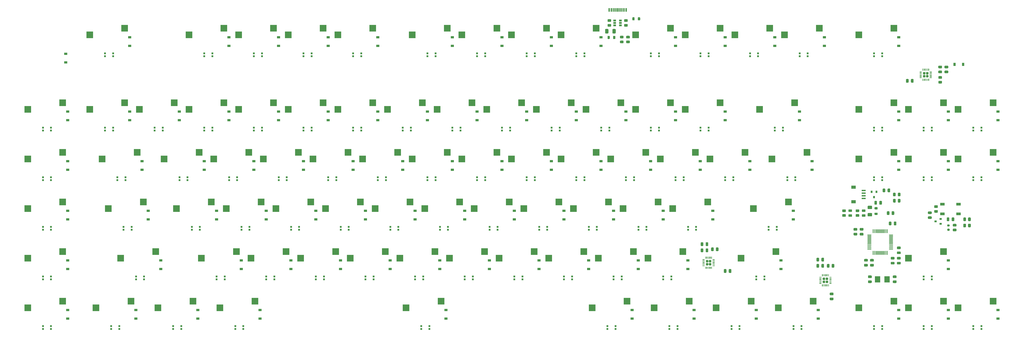
<source format=gbp>
%TF.GenerationSoftware,KiCad,Pcbnew,(5.1.10)-1*%
%TF.CreationDate,2021-12-23T20:50:28-05:00*%
%TF.ProjectId,custom_keyboard (f303),63757374-6f6d-45f6-9b65-79626f617264,rev?*%
%TF.SameCoordinates,Original*%
%TF.FileFunction,Paste,Bot*%
%TF.FilePolarity,Positive*%
%FSLAX46Y46*%
G04 Gerber Fmt 4.6, Leading zero omitted, Abs format (unit mm)*
G04 Created by KiCad (PCBNEW (5.1.10)-1) date 2021-12-23 20:50:28*
%MOMM*%
%LPD*%
G01*
G04 APERTURE LIST*
%ADD10R,1.800000X1.200000*%
%ADD11R,1.550000X0.600000*%
%ADD12R,0.800000X0.700000*%
%ADD13R,1.200000X0.900000*%
%ADD14R,0.900000X1.200000*%
%ADD15R,0.600000X1.450000*%
%ADD16R,0.300000X1.450000*%
%ADD17R,1.060000X0.650000*%
%ADD18R,0.900000X0.800000*%
%ADD19R,1.800000X1.100000*%
%ADD20R,2.550000X2.500000*%
%ADD21R,0.800000X0.900000*%
%ADD22R,2.000000X2.400000*%
G04 APERTURE END LIST*
D10*
%TO.C,J2*%
X339809900Y-153558900D03*
X339809900Y-159158900D03*
D11*
X343684900Y-157858900D03*
X343684900Y-156858900D03*
X343684900Y-154858900D03*
X343684900Y-155858900D03*
%TD*%
D12*
%TO.C,LED1*%
X28610600Y-131823300D03*
X28610600Y-130723300D03*
X31710600Y-131823300D03*
X31710600Y-130723300D03*
%TD*%
D13*
%TO.C,D3*%
X37303900Y-105624700D03*
X37303900Y-102324700D03*
%TD*%
%TO.C,KD90*%
X395262600Y-200743500D03*
X395262600Y-204043500D03*
%TD*%
%TO.C,KD50*%
X395262600Y-143597100D03*
X395262600Y-146897100D03*
%TD*%
%TO.C,KD32*%
X395262600Y-124548300D03*
X395262600Y-127848300D03*
%TD*%
%TO.C,KD89*%
X376213800Y-200743500D03*
X376213800Y-204043500D03*
%TD*%
%TO.C,KD78*%
X376213800Y-181694700D03*
X376213800Y-184994700D03*
%TD*%
%TO.C,KD49*%
X376213800Y-143597100D03*
X376213800Y-146897100D03*
%TD*%
%TO.C,KD31*%
X376213800Y-124548300D03*
X376213800Y-127848300D03*
%TD*%
%TO.C,KD48*%
X357165000Y-143597100D03*
X357165000Y-146897100D03*
%TD*%
%TO.C,KD30*%
X357165000Y-124548300D03*
X357165000Y-127848300D03*
%TD*%
%TO.C,KD14*%
X357165000Y-95975100D03*
X357165000Y-99275100D03*
%TD*%
%TO.C,KD88*%
X357165000Y-200743500D03*
X357165000Y-204043500D03*
%TD*%
%TO.C,KD77*%
X311924100Y-181694700D03*
X311924100Y-184994700D03*
%TD*%
%TO.C,KD64*%
X316686300Y-162645900D03*
X316686300Y-165945900D03*
%TD*%
%TO.C,KD47*%
X323829600Y-143597100D03*
X323829600Y-146897100D03*
%TD*%
%TO.C,KD29*%
X319067400Y-124548300D03*
X319067400Y-127848300D03*
%TD*%
%TO.C,KD13*%
X328591800Y-95975100D03*
X328591800Y-99275100D03*
%TD*%
%TO.C,KD87*%
X326210700Y-200743500D03*
X326210700Y-204043500D03*
%TD*%
%TO.C,KD46*%
X300018600Y-143597100D03*
X300018600Y-146897100D03*
%TD*%
%TO.C,KD28*%
X290494200Y-124548300D03*
X290494200Y-127848300D03*
%TD*%
%TO.C,KD12*%
X309543000Y-95975100D03*
X309543000Y-99275100D03*
%TD*%
%TO.C,KD86*%
X302399700Y-200743500D03*
X302399700Y-204043500D03*
%TD*%
%TO.C,KD85*%
X278588700Y-200743500D03*
X278588700Y-204043500D03*
%TD*%
%TO.C,KD63*%
X285732000Y-162645900D03*
X285732000Y-165945900D03*
%TD*%
%TO.C,KD45*%
X280969800Y-143597100D03*
X280969800Y-146897100D03*
%TD*%
%TO.C,KD27*%
X271445400Y-124548300D03*
X271445400Y-127848300D03*
%TD*%
%TO.C,KD11*%
X290494200Y-95975100D03*
X290494200Y-99275100D03*
%TD*%
%TO.C,KD62*%
X266683200Y-162645900D03*
X266683200Y-165945900D03*
%TD*%
%TO.C,KD44*%
X261921000Y-143597100D03*
X261921000Y-146897100D03*
%TD*%
%TO.C,KD26*%
X252396600Y-124548300D03*
X252396600Y-127848300D03*
%TD*%
%TO.C,KD10*%
X271445400Y-95975100D03*
X271445400Y-99275100D03*
%TD*%
%TO.C,KD84*%
X254777700Y-200743500D03*
X254777700Y-204043500D03*
%TD*%
%TO.C,KD75*%
X257158800Y-181694700D03*
X257158800Y-184994700D03*
%TD*%
%TO.C,KD61*%
X247634400Y-162645900D03*
X247634400Y-165945900D03*
%TD*%
%TO.C,KD43*%
X242872200Y-143597100D03*
X242872200Y-146897100D03*
%TD*%
%TO.C,KD25*%
X233347800Y-124548300D03*
X233347800Y-127848300D03*
%TD*%
%TO.C,KD74*%
X238110000Y-181694700D03*
X238110000Y-184994700D03*
%TD*%
%TO.C,KD60*%
X228585600Y-162645900D03*
X228585600Y-165945900D03*
%TD*%
%TO.C,KD42*%
X223823400Y-143597100D03*
X223823400Y-146897100D03*
%TD*%
%TO.C,KD24*%
X214299000Y-124548300D03*
X214299000Y-127848300D03*
%TD*%
%TO.C,KD8*%
X223823400Y-95975100D03*
X223823400Y-99275100D03*
%TD*%
%TO.C,KD73*%
X219061200Y-181694700D03*
X219061200Y-184994700D03*
%TD*%
%TO.C,KD59*%
X209536800Y-162645900D03*
X209536800Y-165945900D03*
%TD*%
%TO.C,KD41*%
X204774600Y-143597100D03*
X204774600Y-146897100D03*
%TD*%
%TO.C,KD23*%
X195250200Y-124548300D03*
X195250200Y-127848300D03*
%TD*%
%TO.C,KD7*%
X204774600Y-95975100D03*
X204774600Y-99275100D03*
%TD*%
%TO.C,KD72*%
X200012400Y-181694700D03*
X200012400Y-184994700D03*
%TD*%
%TO.C,KD58*%
X190488000Y-162645900D03*
X190488000Y-165945900D03*
%TD*%
%TO.C,KD40*%
X185725800Y-143597100D03*
X185725800Y-146897100D03*
%TD*%
%TO.C,KD22*%
X176201400Y-124548300D03*
X176201400Y-127848300D03*
%TD*%
%TO.C,KD6*%
X185725800Y-95975100D03*
X185725800Y-99275100D03*
%TD*%
%TO.C,KD83*%
X183344700Y-200743500D03*
X183344700Y-204043500D03*
%TD*%
%TO.C,KD71*%
X180963600Y-181694700D03*
X180963600Y-184994700D03*
%TD*%
%TO.C,KD57*%
X171439200Y-162645900D03*
X171439200Y-165945900D03*
%TD*%
%TO.C,KD39*%
X166677000Y-143597100D03*
X166677000Y-146897100D03*
%TD*%
%TO.C,KD21*%
X157152600Y-124548300D03*
X157152600Y-127848300D03*
%TD*%
%TO.C,KD5*%
X157152600Y-95975100D03*
X157152600Y-99275100D03*
%TD*%
%TO.C,KD69*%
X142866000Y-181694700D03*
X142866000Y-184994700D03*
%TD*%
%TO.C,KD56*%
X152390400Y-162645900D03*
X152390400Y-165945900D03*
%TD*%
%TO.C,KD38*%
X147628200Y-143597100D03*
X147628200Y-146897100D03*
%TD*%
%TO.C,KD20*%
X138103800Y-124548300D03*
X138103800Y-127848300D03*
%TD*%
%TO.C,KD4*%
X138103800Y-95975100D03*
X138103800Y-99275100D03*
%TD*%
%TO.C,KD70*%
X161914800Y-181694700D03*
X161914800Y-184994700D03*
%TD*%
%TO.C,KD68*%
X123817200Y-181694700D03*
X123817200Y-184994700D03*
%TD*%
%TO.C,KD55*%
X133341600Y-162645900D03*
X133341600Y-165945900D03*
%TD*%
%TO.C,KD37*%
X128579400Y-143597100D03*
X128579400Y-146897100D03*
%TD*%
%TO.C,KD19*%
X119055000Y-124548300D03*
X119055000Y-127848300D03*
%TD*%
%TO.C,KD3*%
X119055000Y-95975100D03*
X119055000Y-99275100D03*
%TD*%
%TO.C,KD81*%
X88100700Y-200743500D03*
X88100700Y-204043500D03*
%TD*%
%TO.C,KD66*%
X73814100Y-181694700D03*
X73814100Y-184994700D03*
%TD*%
%TO.C,KD53*%
X95244000Y-162645900D03*
X95244000Y-165945900D03*
%TD*%
%TO.C,KD35*%
X90481800Y-143597100D03*
X90481800Y-146897100D03*
%TD*%
%TO.C,KD17*%
X80957400Y-124548300D03*
X80957400Y-127848300D03*
%TD*%
%TO.C,KD82*%
X111911700Y-200743500D03*
X111911700Y-204043500D03*
%TD*%
%TO.C,KD67*%
X104768400Y-181694700D03*
X104768400Y-184994700D03*
%TD*%
%TO.C,KD54*%
X114292800Y-162645900D03*
X114292800Y-165945900D03*
%TD*%
%TO.C,KD36*%
X109530600Y-143597100D03*
X109530600Y-146897100D03*
%TD*%
%TO.C,KD18*%
X100006200Y-124548300D03*
X100006200Y-127848300D03*
%TD*%
%TO.C,KD2*%
X100006200Y-95975100D03*
X100006200Y-99275100D03*
%TD*%
%TO.C,KD79*%
X38097600Y-200680900D03*
X38097600Y-203980900D03*
%TD*%
%TO.C,KD52*%
X69051900Y-162645900D03*
X69051900Y-165945900D03*
%TD*%
%TO.C,KD34*%
X66670800Y-143597100D03*
X66670800Y-146897100D03*
%TD*%
%TO.C,KD16*%
X61908600Y-124548300D03*
X61908600Y-127848300D03*
%TD*%
%TO.C,KD1*%
X61908600Y-95975100D03*
X61908600Y-99275100D03*
%TD*%
%TO.C,KD80*%
X64289700Y-200743500D03*
X64289700Y-204043500D03*
%TD*%
%TO.C,KD65*%
X38097600Y-181694700D03*
X38097600Y-184994700D03*
%TD*%
%TO.C,KD51*%
X38097600Y-162645900D03*
X38097600Y-165945900D03*
%TD*%
%TO.C,KD33*%
X38097600Y-143534500D03*
X38097600Y-146834500D03*
%TD*%
%TO.C,KD15*%
X38097600Y-124485700D03*
X38097600Y-127785700D03*
%TD*%
%TO.C,R39*%
G36*
G01*
X383757100Y-166333302D02*
X383757100Y-165433298D01*
G75*
G02*
X384007098Y-165183300I249998J0D01*
G01*
X384532102Y-165183300D01*
G75*
G02*
X384782100Y-165433298I0J-249998D01*
G01*
X384782100Y-166333302D01*
G75*
G02*
X384532102Y-166583300I-249998J0D01*
G01*
X384007098Y-166583300D01*
G75*
G02*
X383757100Y-166333302I0J249998D01*
G01*
G37*
G36*
G01*
X381932100Y-166333302D02*
X381932100Y-165433298D01*
G75*
G02*
X382182098Y-165183300I249998J0D01*
G01*
X382707102Y-165183300D01*
G75*
G02*
X382957100Y-165433298I0J-249998D01*
G01*
X382957100Y-166333302D01*
G75*
G02*
X382707102Y-166583300I-249998J0D01*
G01*
X382182098Y-166583300D01*
G75*
G02*
X381932100Y-166333302I0J249998D01*
G01*
G37*
%TD*%
D14*
%TO.C,D4*%
X381832300Y-106355800D03*
X378532300Y-106355800D03*
%TD*%
%TO.C,R38*%
G36*
G01*
X383757100Y-168714402D02*
X383757100Y-167814398D01*
G75*
G02*
X384007098Y-167564400I249998J0D01*
G01*
X384532102Y-167564400D01*
G75*
G02*
X384782100Y-167814398I0J-249998D01*
G01*
X384782100Y-168714402D01*
G75*
G02*
X384532102Y-168964400I-249998J0D01*
G01*
X384007098Y-168964400D01*
G75*
G02*
X383757100Y-168714402I0J249998D01*
G01*
G37*
G36*
G01*
X381932100Y-168714402D02*
X381932100Y-167814398D01*
G75*
G02*
X382182098Y-167564400I249998J0D01*
G01*
X382707102Y-167564400D01*
G75*
G02*
X382957100Y-167814398I0J-249998D01*
G01*
X382957100Y-168714402D01*
G75*
G02*
X382707102Y-168964400I-249998J0D01*
G01*
X382182098Y-168964400D01*
G75*
G02*
X381932100Y-168714402I0J249998D01*
G01*
G37*
%TD*%
%TO.C,C3*%
G36*
G01*
X356052600Y-188450600D02*
X355102600Y-188450600D01*
G75*
G02*
X354852600Y-188200600I0J250000D01*
G01*
X354852600Y-187700600D01*
G75*
G02*
X355102600Y-187450600I250000J0D01*
G01*
X356052600Y-187450600D01*
G75*
G02*
X356302600Y-187700600I0J-250000D01*
G01*
X356302600Y-188200600D01*
G75*
G02*
X356052600Y-188450600I-250000J0D01*
G01*
G37*
G36*
G01*
X356052600Y-190350600D02*
X355102600Y-190350600D01*
G75*
G02*
X354852600Y-190100600I0J250000D01*
G01*
X354852600Y-189600600D01*
G75*
G02*
X355102600Y-189350600I250000J0D01*
G01*
X356052600Y-189350600D01*
G75*
G02*
X356302600Y-189600600I0J-250000D01*
G01*
X356302600Y-190100600D01*
G75*
G02*
X356052600Y-190350600I-250000J0D01*
G01*
G37*
%TD*%
%TO.C,C7*%
G36*
G01*
X345578200Y-189350600D02*
X346528200Y-189350600D01*
G75*
G02*
X346778200Y-189600600I0J-250000D01*
G01*
X346778200Y-190100600D01*
G75*
G02*
X346528200Y-190350600I-250000J0D01*
G01*
X345578200Y-190350600D01*
G75*
G02*
X345328200Y-190100600I0J250000D01*
G01*
X345328200Y-189600600D01*
G75*
G02*
X345578200Y-189350600I250000J0D01*
G01*
G37*
G36*
G01*
X345578200Y-187450600D02*
X346528200Y-187450600D01*
G75*
G02*
X346778200Y-187700600I0J-250000D01*
G01*
X346778200Y-188200600D01*
G75*
G02*
X346528200Y-188450600I-250000J0D01*
G01*
X345578200Y-188450600D01*
G75*
G02*
X345328200Y-188200600I0J250000D01*
G01*
X345328200Y-187700600D01*
G75*
G02*
X345578200Y-187450600I250000J0D01*
G01*
G37*
%TD*%
%TO.C,C18*%
G36*
G01*
X355258900Y-181307300D02*
X354308900Y-181307300D01*
G75*
G02*
X354058900Y-181057300I0J250000D01*
G01*
X354058900Y-180557300D01*
G75*
G02*
X354308900Y-180307300I250000J0D01*
G01*
X355258900Y-180307300D01*
G75*
G02*
X355508900Y-180557300I0J-250000D01*
G01*
X355508900Y-181057300D01*
G75*
G02*
X355258900Y-181307300I-250000J0D01*
G01*
G37*
G36*
G01*
X355258900Y-183207300D02*
X354308900Y-183207300D01*
G75*
G02*
X354058900Y-182957300I0J250000D01*
G01*
X354058900Y-182457300D01*
G75*
G02*
X354308900Y-182207300I250000J0D01*
G01*
X355258900Y-182207300D01*
G75*
G02*
X355508900Y-182457300I0J-250000D01*
G01*
X355508900Y-182957300D01*
G75*
G02*
X355258900Y-183207300I-250000J0D01*
G01*
G37*
%TD*%
%TO.C,C19*%
G36*
G01*
X342403400Y-171095500D02*
X343353400Y-171095500D01*
G75*
G02*
X343603400Y-171345500I0J-250000D01*
G01*
X343603400Y-171845500D01*
G75*
G02*
X343353400Y-172095500I-250000J0D01*
G01*
X342403400Y-172095500D01*
G75*
G02*
X342153400Y-171845500I0J250000D01*
G01*
X342153400Y-171345500D01*
G75*
G02*
X342403400Y-171095500I250000J0D01*
G01*
G37*
G36*
G01*
X342403400Y-169195500D02*
X343353400Y-169195500D01*
G75*
G02*
X343603400Y-169445500I0J-250000D01*
G01*
X343603400Y-169945500D01*
G75*
G02*
X343353400Y-170195500I-250000J0D01*
G01*
X342403400Y-170195500D01*
G75*
G02*
X342153400Y-169945500I0J250000D01*
G01*
X342153400Y-169445500D01*
G75*
G02*
X342403400Y-169195500I250000J0D01*
G01*
G37*
%TD*%
%TO.C,C20*%
G36*
G01*
X354333900Y-166995700D02*
X354333900Y-167945700D01*
G75*
G02*
X354083900Y-168195700I-250000J0D01*
G01*
X353583900Y-168195700D01*
G75*
G02*
X353333900Y-167945700I0J250000D01*
G01*
X353333900Y-166995700D01*
G75*
G02*
X353583900Y-166745700I250000J0D01*
G01*
X354083900Y-166745700D01*
G75*
G02*
X354333900Y-166995700I0J-250000D01*
G01*
G37*
G36*
G01*
X356233900Y-166995700D02*
X356233900Y-167945700D01*
G75*
G02*
X355983900Y-168195700I-250000J0D01*
G01*
X355483900Y-168195700D01*
G75*
G02*
X355233900Y-167945700I0J250000D01*
G01*
X355233900Y-166995700D01*
G75*
G02*
X355483900Y-166745700I250000J0D01*
G01*
X355983900Y-166745700D01*
G75*
G02*
X356233900Y-166995700I0J-250000D01*
G01*
G37*
%TD*%
%TO.C,C21*%
G36*
G01*
X357640000Y-181307300D02*
X356690000Y-181307300D01*
G75*
G02*
X356440000Y-181057300I0J250000D01*
G01*
X356440000Y-180557300D01*
G75*
G02*
X356690000Y-180307300I250000J0D01*
G01*
X357640000Y-180307300D01*
G75*
G02*
X357890000Y-180557300I0J-250000D01*
G01*
X357890000Y-181057300D01*
G75*
G02*
X357640000Y-181307300I-250000J0D01*
G01*
G37*
G36*
G01*
X357640000Y-183207300D02*
X356690000Y-183207300D01*
G75*
G02*
X356440000Y-182957300I0J250000D01*
G01*
X356440000Y-182457300D01*
G75*
G02*
X356690000Y-182207300I250000J0D01*
G01*
X357640000Y-182207300D01*
G75*
G02*
X357890000Y-182457300I0J-250000D01*
G01*
X357890000Y-182957300D01*
G75*
G02*
X357640000Y-183207300I-250000J0D01*
G01*
G37*
%TD*%
%TO.C,C23*%
G36*
G01*
X347321900Y-182101000D02*
X346371900Y-182101000D01*
G75*
G02*
X346121900Y-181851000I0J250000D01*
G01*
X346121900Y-181351000D01*
G75*
G02*
X346371900Y-181101000I250000J0D01*
G01*
X347321900Y-181101000D01*
G75*
G02*
X347571900Y-181351000I0J-250000D01*
G01*
X347571900Y-181851000D01*
G75*
G02*
X347321900Y-182101000I-250000J0D01*
G01*
G37*
G36*
G01*
X347321900Y-184001000D02*
X346371900Y-184001000D01*
G75*
G02*
X346121900Y-183751000I0J250000D01*
G01*
X346121900Y-183251000D01*
G75*
G02*
X346371900Y-183001000I250000J0D01*
G01*
X347321900Y-183001000D01*
G75*
G02*
X347571900Y-183251000I0J-250000D01*
G01*
X347571900Y-183751000D01*
G75*
G02*
X347321900Y-184001000I-250000J0D01*
G01*
G37*
%TD*%
%TO.C,C24*%
G36*
G01*
X344069600Y-183001000D02*
X345019600Y-183001000D01*
G75*
G02*
X345269600Y-183251000I0J-250000D01*
G01*
X345269600Y-183751000D01*
G75*
G02*
X345019600Y-184001000I-250000J0D01*
G01*
X344069600Y-184001000D01*
G75*
G02*
X343819600Y-183751000I0J250000D01*
G01*
X343819600Y-183251000D01*
G75*
G02*
X344069600Y-183001000I250000J0D01*
G01*
G37*
G36*
G01*
X344069600Y-181101000D02*
X345019600Y-181101000D01*
G75*
G02*
X345269600Y-181351000I0J-250000D01*
G01*
X345269600Y-181851000D01*
G75*
G02*
X345019600Y-182101000I-250000J0D01*
G01*
X344069600Y-182101000D01*
G75*
G02*
X343819600Y-181851000I0J250000D01*
G01*
X343819600Y-181351000D01*
G75*
G02*
X344069600Y-181101000I250000J0D01*
G01*
G37*
%TD*%
%TO.C,C43*%
G36*
G01*
X349678000Y-160008700D02*
X349678000Y-159058700D01*
G75*
G02*
X349928000Y-158808700I250000J0D01*
G01*
X350428000Y-158808700D01*
G75*
G02*
X350678000Y-159058700I0J-250000D01*
G01*
X350678000Y-160008700D01*
G75*
G02*
X350428000Y-160258700I-250000J0D01*
G01*
X349928000Y-160258700D01*
G75*
G02*
X349678000Y-160008700I0J250000D01*
G01*
G37*
G36*
G01*
X347778000Y-160008700D02*
X347778000Y-159058700D01*
G75*
G02*
X348028000Y-158808700I250000J0D01*
G01*
X348528000Y-158808700D01*
G75*
G02*
X348778000Y-159058700I0J-250000D01*
G01*
X348778000Y-160008700D01*
G75*
G02*
X348528000Y-160258700I-250000J0D01*
G01*
X348028000Y-160258700D01*
G75*
G02*
X347778000Y-160008700I0J250000D01*
G01*
G37*
%TD*%
%TO.C,C44*%
G36*
G01*
X352852800Y-155246500D02*
X352852800Y-154296500D01*
G75*
G02*
X353102800Y-154046500I250000J0D01*
G01*
X353602800Y-154046500D01*
G75*
G02*
X353852800Y-154296500I0J-250000D01*
G01*
X353852800Y-155246500D01*
G75*
G02*
X353602800Y-155496500I-250000J0D01*
G01*
X353102800Y-155496500D01*
G75*
G02*
X352852800Y-155246500I0J250000D01*
G01*
G37*
G36*
G01*
X350952800Y-155246500D02*
X350952800Y-154296500D01*
G75*
G02*
X351202800Y-154046500I250000J0D01*
G01*
X351702800Y-154046500D01*
G75*
G02*
X351952800Y-154296500I0J-250000D01*
G01*
X351952800Y-155246500D01*
G75*
G02*
X351702800Y-155496500I-250000J0D01*
G01*
X351202800Y-155496500D01*
G75*
G02*
X350952800Y-155246500I0J250000D01*
G01*
G37*
%TD*%
%TO.C,D11*%
G36*
G01*
X355921300Y-155902650D02*
X355921300Y-156815150D01*
G75*
G02*
X355677550Y-157058900I-243750J0D01*
G01*
X355190050Y-157058900D01*
G75*
G02*
X354946300Y-156815150I0J243750D01*
G01*
X354946300Y-155902650D01*
G75*
G02*
X355190050Y-155658900I243750J0D01*
G01*
X355677550Y-155658900D01*
G75*
G02*
X355921300Y-155902650I0J-243750D01*
G01*
G37*
G36*
G01*
X357796300Y-155902650D02*
X357796300Y-156815150D01*
G75*
G02*
X357552550Y-157058900I-243750J0D01*
G01*
X357065050Y-157058900D01*
G75*
G02*
X356821300Y-156815150I0J243750D01*
G01*
X356821300Y-155902650D01*
G75*
G02*
X357065050Y-155658900I243750J0D01*
G01*
X357552550Y-155658900D01*
G75*
G02*
X357796300Y-155902650I0J-243750D01*
G01*
G37*
%TD*%
%TO.C,F8*%
G36*
G01*
X345428200Y-160683500D02*
X346678200Y-160683500D01*
G75*
G02*
X346928200Y-160933500I0J-250000D01*
G01*
X346928200Y-161683500D01*
G75*
G02*
X346678200Y-161933500I-250000J0D01*
G01*
X345428200Y-161933500D01*
G75*
G02*
X345178200Y-161683500I0J250000D01*
G01*
X345178200Y-160933500D01*
G75*
G02*
X345428200Y-160683500I250000J0D01*
G01*
G37*
G36*
G01*
X345428200Y-163483500D02*
X346678200Y-163483500D01*
G75*
G02*
X346928200Y-163733500I0J-250000D01*
G01*
X346928200Y-164483500D01*
G75*
G02*
X346678200Y-164733500I-250000J0D01*
G01*
X345428200Y-164733500D01*
G75*
G02*
X345178200Y-164483500I0J250000D01*
G01*
X345178200Y-163733500D01*
G75*
G02*
X345428200Y-163483500I250000J0D01*
G01*
G37*
%TD*%
%TO.C,FB15*%
G36*
G01*
X348815550Y-164208500D02*
X348053050Y-164208500D01*
G75*
G02*
X347834300Y-163989750I0J218750D01*
G01*
X347834300Y-163552250D01*
G75*
G02*
X348053050Y-163333500I218750J0D01*
G01*
X348815550Y-163333500D01*
G75*
G02*
X349034300Y-163552250I0J-218750D01*
G01*
X349034300Y-163989750D01*
G75*
G02*
X348815550Y-164208500I-218750J0D01*
G01*
G37*
G36*
G01*
X348815550Y-162083500D02*
X348053050Y-162083500D01*
G75*
G02*
X347834300Y-161864750I0J218750D01*
G01*
X347834300Y-161427250D01*
G75*
G02*
X348053050Y-161208500I218750J0D01*
G01*
X348815550Y-161208500D01*
G75*
G02*
X349034300Y-161427250I0J-218750D01*
G01*
X349034300Y-161864750D01*
G75*
G02*
X348815550Y-162083500I-218750J0D01*
G01*
G37*
%TD*%
%TO.C,R27*%
G36*
G01*
X340047298Y-171045500D02*
X340947302Y-171045500D01*
G75*
G02*
X341197300Y-171295498I0J-249998D01*
G01*
X341197300Y-171820502D01*
G75*
G02*
X340947302Y-172070500I-249998J0D01*
G01*
X340047298Y-172070500D01*
G75*
G02*
X339797300Y-171820502I0J249998D01*
G01*
X339797300Y-171295498D01*
G75*
G02*
X340047298Y-171045500I249998J0D01*
G01*
G37*
G36*
G01*
X340047298Y-169220500D02*
X340947302Y-169220500D01*
G75*
G02*
X341197300Y-169470498I0J-249998D01*
G01*
X341197300Y-169995502D01*
G75*
G02*
X340947302Y-170245500I-249998J0D01*
G01*
X340047298Y-170245500D01*
G75*
G02*
X339797300Y-169995502I0J249998D01*
G01*
X339797300Y-169470498D01*
G75*
G02*
X340047298Y-169220500I249998J0D01*
G01*
G37*
%TD*%
%TO.C,R58*%
G36*
G01*
X353590200Y-163052198D02*
X353590200Y-163952202D01*
G75*
G02*
X353340202Y-164202200I-249998J0D01*
G01*
X352815198Y-164202200D01*
G75*
G02*
X352565200Y-163952202I0J249998D01*
G01*
X352565200Y-163052198D01*
G75*
G02*
X352815198Y-162802200I249998J0D01*
G01*
X353340202Y-162802200D01*
G75*
G02*
X353590200Y-163052198I0J-249998D01*
G01*
G37*
G36*
G01*
X355415200Y-163052198D02*
X355415200Y-163952202D01*
G75*
G02*
X355165202Y-164202200I-249998J0D01*
G01*
X354640198Y-164202200D01*
G75*
G02*
X354390200Y-163952202I0J249998D01*
G01*
X354390200Y-163052198D01*
G75*
G02*
X354640198Y-162802200I249998J0D01*
G01*
X355165202Y-162802200D01*
G75*
G02*
X355415200Y-163052198I0J-249998D01*
G01*
G37*
%TD*%
%TO.C,R64*%
G36*
G01*
X356771300Y-159190002D02*
X356771300Y-158289998D01*
G75*
G02*
X357021298Y-158040000I249998J0D01*
G01*
X357546302Y-158040000D01*
G75*
G02*
X357796300Y-158289998I0J-249998D01*
G01*
X357796300Y-159190002D01*
G75*
G02*
X357546302Y-159440000I-249998J0D01*
G01*
X357021298Y-159440000D01*
G75*
G02*
X356771300Y-159190002I0J249998D01*
G01*
G37*
G36*
G01*
X354946300Y-159190002D02*
X354946300Y-158289998D01*
G75*
G02*
X355196298Y-158040000I249998J0D01*
G01*
X355721302Y-158040000D01*
G75*
G02*
X355971300Y-158289998I0J-249998D01*
G01*
X355971300Y-159190002D01*
G75*
G02*
X355721302Y-159440000I-249998J0D01*
G01*
X355196298Y-159440000D01*
G75*
G02*
X354946300Y-159190002I0J249998D01*
G01*
G37*
%TD*%
%TO.C,FB5*%
G36*
G01*
X255740100Y-88513150D02*
X255740100Y-89275650D01*
G75*
G02*
X255521350Y-89494400I-218750J0D01*
G01*
X255083850Y-89494400D01*
G75*
G02*
X254865100Y-89275650I0J218750D01*
G01*
X254865100Y-88513150D01*
G75*
G02*
X255083850Y-88294400I218750J0D01*
G01*
X255521350Y-88294400D01*
G75*
G02*
X255740100Y-88513150I0J-218750D01*
G01*
G37*
G36*
G01*
X257865100Y-88513150D02*
X257865100Y-89275650D01*
G75*
G02*
X257646350Y-89494400I-218750J0D01*
G01*
X257208850Y-89494400D01*
G75*
G02*
X256990100Y-89275650I0J218750D01*
G01*
X256990100Y-88513150D01*
G75*
G02*
X257208850Y-88294400I218750J0D01*
G01*
X257646350Y-88294400D01*
G75*
G02*
X257865100Y-88513150I0J-218750D01*
G01*
G37*
%TD*%
%TO.C,R12*%
G36*
G01*
X251946598Y-90881800D02*
X252846602Y-90881800D01*
G75*
G02*
X253096600Y-91131798I0J-249998D01*
G01*
X253096600Y-91656802D01*
G75*
G02*
X252846602Y-91906800I-249998J0D01*
G01*
X251946598Y-91906800D01*
G75*
G02*
X251696600Y-91656802I0J249998D01*
G01*
X251696600Y-91131798D01*
G75*
G02*
X251946598Y-90881800I249998J0D01*
G01*
G37*
G36*
G01*
X251946598Y-89056800D02*
X252846602Y-89056800D01*
G75*
G02*
X253096600Y-89306798I0J-249998D01*
G01*
X253096600Y-89831802D01*
G75*
G02*
X252846602Y-90081800I-249998J0D01*
G01*
X251946598Y-90081800D01*
G75*
G02*
X251696600Y-89831802I0J249998D01*
G01*
X251696600Y-89306798D01*
G75*
G02*
X251946598Y-89056800I249998J0D01*
G01*
G37*
%TD*%
D15*
%TO.C,USB1*%
X252446800Y-85477600D03*
X245996800Y-85477600D03*
X251671800Y-85477600D03*
X246771800Y-85477600D03*
D16*
X247471800Y-85477600D03*
X250971800Y-85477600D03*
X247971800Y-85477600D03*
X250471800Y-85477600D03*
X248471800Y-85477600D03*
X249971800Y-85477600D03*
X249471800Y-85477600D03*
X248971800Y-85477600D03*
%TD*%
D17*
%TO.C,U1*%
X248121800Y-90481800D03*
X248121800Y-89531800D03*
X248121800Y-91431800D03*
X250321800Y-91431800D03*
X250321800Y-90481800D03*
X250321800Y-89531800D03*
%TD*%
%TO.C,D2*%
G36*
G01*
X251265450Y-96381400D02*
X250352950Y-96381400D01*
G75*
G02*
X250109200Y-96137650I0J243750D01*
G01*
X250109200Y-95650150D01*
G75*
G02*
X250352950Y-95406400I243750J0D01*
G01*
X251265450Y-95406400D01*
G75*
G02*
X251509200Y-95650150I0J-243750D01*
G01*
X251509200Y-96137650D01*
G75*
G02*
X251265450Y-96381400I-243750J0D01*
G01*
G37*
G36*
G01*
X251265450Y-98256400D02*
X250352950Y-98256400D01*
G75*
G02*
X250109200Y-98012650I0J243750D01*
G01*
X250109200Y-97525150D01*
G75*
G02*
X250352950Y-97281400I243750J0D01*
G01*
X251265450Y-97281400D01*
G75*
G02*
X251509200Y-97525150I0J-243750D01*
G01*
X251509200Y-98012650D01*
G75*
G02*
X251265450Y-98256400I-243750J0D01*
G01*
G37*
%TD*%
%TO.C,R13*%
G36*
G01*
X245596998Y-90881800D02*
X246497002Y-90881800D01*
G75*
G02*
X246747000Y-91131798I0J-249998D01*
G01*
X246747000Y-91656802D01*
G75*
G02*
X246497002Y-91906800I-249998J0D01*
G01*
X245596998Y-91906800D01*
G75*
G02*
X245347000Y-91656802I0J249998D01*
G01*
X245347000Y-91131798D01*
G75*
G02*
X245596998Y-90881800I249998J0D01*
G01*
G37*
G36*
G01*
X245596998Y-89056800D02*
X246497002Y-89056800D01*
G75*
G02*
X246747000Y-89306798I0J-249998D01*
G01*
X246747000Y-89831802D01*
G75*
G02*
X246497002Y-90081800I-249998J0D01*
G01*
X245596998Y-90081800D01*
G75*
G02*
X245347000Y-89831802I0J249998D01*
G01*
X245347000Y-89306798D01*
G75*
G02*
X245596998Y-89056800I249998J0D01*
G01*
G37*
%TD*%
%TO.C,D1*%
G36*
G01*
X338969300Y-163052200D02*
X338056800Y-163052200D01*
G75*
G02*
X337813050Y-162808450I0J243750D01*
G01*
X337813050Y-162320950D01*
G75*
G02*
X338056800Y-162077200I243750J0D01*
G01*
X338969300Y-162077200D01*
G75*
G02*
X339213050Y-162320950I0J-243750D01*
G01*
X339213050Y-162808450D01*
G75*
G02*
X338969300Y-163052200I-243750J0D01*
G01*
G37*
G36*
G01*
X338969300Y-164927200D02*
X338056800Y-164927200D01*
G75*
G02*
X337813050Y-164683450I0J243750D01*
G01*
X337813050Y-164195950D01*
G75*
G02*
X338056800Y-163952200I243750J0D01*
G01*
X338969300Y-163952200D01*
G75*
G02*
X339213050Y-164195950I0J-243750D01*
G01*
X339213050Y-164683450D01*
G75*
G02*
X338969300Y-164927200I-243750J0D01*
G01*
G37*
%TD*%
%TO.C,U14*%
G36*
G01*
X354846700Y-177514000D02*
X353521700Y-177514000D01*
G75*
G02*
X353446700Y-177439000I0J75000D01*
G01*
X353446700Y-177289000D01*
G75*
G02*
X353521700Y-177214000I75000J0D01*
G01*
X354846700Y-177214000D01*
G75*
G02*
X354921700Y-177289000I0J-75000D01*
G01*
X354921700Y-177439000D01*
G75*
G02*
X354846700Y-177514000I-75000J0D01*
G01*
G37*
G36*
G01*
X354846700Y-177014000D02*
X353521700Y-177014000D01*
G75*
G02*
X353446700Y-176939000I0J75000D01*
G01*
X353446700Y-176789000D01*
G75*
G02*
X353521700Y-176714000I75000J0D01*
G01*
X354846700Y-176714000D01*
G75*
G02*
X354921700Y-176789000I0J-75000D01*
G01*
X354921700Y-176939000D01*
G75*
G02*
X354846700Y-177014000I-75000J0D01*
G01*
G37*
G36*
G01*
X354846700Y-176514000D02*
X353521700Y-176514000D01*
G75*
G02*
X353446700Y-176439000I0J75000D01*
G01*
X353446700Y-176289000D01*
G75*
G02*
X353521700Y-176214000I75000J0D01*
G01*
X354846700Y-176214000D01*
G75*
G02*
X354921700Y-176289000I0J-75000D01*
G01*
X354921700Y-176439000D01*
G75*
G02*
X354846700Y-176514000I-75000J0D01*
G01*
G37*
G36*
G01*
X354846700Y-176014000D02*
X353521700Y-176014000D01*
G75*
G02*
X353446700Y-175939000I0J75000D01*
G01*
X353446700Y-175789000D01*
G75*
G02*
X353521700Y-175714000I75000J0D01*
G01*
X354846700Y-175714000D01*
G75*
G02*
X354921700Y-175789000I0J-75000D01*
G01*
X354921700Y-175939000D01*
G75*
G02*
X354846700Y-176014000I-75000J0D01*
G01*
G37*
G36*
G01*
X354846700Y-175514000D02*
X353521700Y-175514000D01*
G75*
G02*
X353446700Y-175439000I0J75000D01*
G01*
X353446700Y-175289000D01*
G75*
G02*
X353521700Y-175214000I75000J0D01*
G01*
X354846700Y-175214000D01*
G75*
G02*
X354921700Y-175289000I0J-75000D01*
G01*
X354921700Y-175439000D01*
G75*
G02*
X354846700Y-175514000I-75000J0D01*
G01*
G37*
G36*
G01*
X354846700Y-175014000D02*
X353521700Y-175014000D01*
G75*
G02*
X353446700Y-174939000I0J75000D01*
G01*
X353446700Y-174789000D01*
G75*
G02*
X353521700Y-174714000I75000J0D01*
G01*
X354846700Y-174714000D01*
G75*
G02*
X354921700Y-174789000I0J-75000D01*
G01*
X354921700Y-174939000D01*
G75*
G02*
X354846700Y-175014000I-75000J0D01*
G01*
G37*
G36*
G01*
X354846700Y-174514000D02*
X353521700Y-174514000D01*
G75*
G02*
X353446700Y-174439000I0J75000D01*
G01*
X353446700Y-174289000D01*
G75*
G02*
X353521700Y-174214000I75000J0D01*
G01*
X354846700Y-174214000D01*
G75*
G02*
X354921700Y-174289000I0J-75000D01*
G01*
X354921700Y-174439000D01*
G75*
G02*
X354846700Y-174514000I-75000J0D01*
G01*
G37*
G36*
G01*
X354846700Y-174014000D02*
X353521700Y-174014000D01*
G75*
G02*
X353446700Y-173939000I0J75000D01*
G01*
X353446700Y-173789000D01*
G75*
G02*
X353521700Y-173714000I75000J0D01*
G01*
X354846700Y-173714000D01*
G75*
G02*
X354921700Y-173789000I0J-75000D01*
G01*
X354921700Y-173939000D01*
G75*
G02*
X354846700Y-174014000I-75000J0D01*
G01*
G37*
G36*
G01*
X354846700Y-173514000D02*
X353521700Y-173514000D01*
G75*
G02*
X353446700Y-173439000I0J75000D01*
G01*
X353446700Y-173289000D01*
G75*
G02*
X353521700Y-173214000I75000J0D01*
G01*
X354846700Y-173214000D01*
G75*
G02*
X354921700Y-173289000I0J-75000D01*
G01*
X354921700Y-173439000D01*
G75*
G02*
X354846700Y-173514000I-75000J0D01*
G01*
G37*
G36*
G01*
X354846700Y-173014000D02*
X353521700Y-173014000D01*
G75*
G02*
X353446700Y-172939000I0J75000D01*
G01*
X353446700Y-172789000D01*
G75*
G02*
X353521700Y-172714000I75000J0D01*
G01*
X354846700Y-172714000D01*
G75*
G02*
X354921700Y-172789000I0J-75000D01*
G01*
X354921700Y-172939000D01*
G75*
G02*
X354846700Y-173014000I-75000J0D01*
G01*
G37*
G36*
G01*
X354846700Y-172514000D02*
X353521700Y-172514000D01*
G75*
G02*
X353446700Y-172439000I0J75000D01*
G01*
X353446700Y-172289000D01*
G75*
G02*
X353521700Y-172214000I75000J0D01*
G01*
X354846700Y-172214000D01*
G75*
G02*
X354921700Y-172289000I0J-75000D01*
G01*
X354921700Y-172439000D01*
G75*
G02*
X354846700Y-172514000I-75000J0D01*
G01*
G37*
G36*
G01*
X354846700Y-172014000D02*
X353521700Y-172014000D01*
G75*
G02*
X353446700Y-171939000I0J75000D01*
G01*
X353446700Y-171789000D01*
G75*
G02*
X353521700Y-171714000I75000J0D01*
G01*
X354846700Y-171714000D01*
G75*
G02*
X354921700Y-171789000I0J-75000D01*
G01*
X354921700Y-171939000D01*
G75*
G02*
X354846700Y-172014000I-75000J0D01*
G01*
G37*
G36*
G01*
X352846700Y-171189000D02*
X352696700Y-171189000D01*
G75*
G02*
X352621700Y-171114000I0J75000D01*
G01*
X352621700Y-169789000D01*
G75*
G02*
X352696700Y-169714000I75000J0D01*
G01*
X352846700Y-169714000D01*
G75*
G02*
X352921700Y-169789000I0J-75000D01*
G01*
X352921700Y-171114000D01*
G75*
G02*
X352846700Y-171189000I-75000J0D01*
G01*
G37*
G36*
G01*
X352346700Y-171189000D02*
X352196700Y-171189000D01*
G75*
G02*
X352121700Y-171114000I0J75000D01*
G01*
X352121700Y-169789000D01*
G75*
G02*
X352196700Y-169714000I75000J0D01*
G01*
X352346700Y-169714000D01*
G75*
G02*
X352421700Y-169789000I0J-75000D01*
G01*
X352421700Y-171114000D01*
G75*
G02*
X352346700Y-171189000I-75000J0D01*
G01*
G37*
G36*
G01*
X351846700Y-171189000D02*
X351696700Y-171189000D01*
G75*
G02*
X351621700Y-171114000I0J75000D01*
G01*
X351621700Y-169789000D01*
G75*
G02*
X351696700Y-169714000I75000J0D01*
G01*
X351846700Y-169714000D01*
G75*
G02*
X351921700Y-169789000I0J-75000D01*
G01*
X351921700Y-171114000D01*
G75*
G02*
X351846700Y-171189000I-75000J0D01*
G01*
G37*
G36*
G01*
X351346700Y-171189000D02*
X351196700Y-171189000D01*
G75*
G02*
X351121700Y-171114000I0J75000D01*
G01*
X351121700Y-169789000D01*
G75*
G02*
X351196700Y-169714000I75000J0D01*
G01*
X351346700Y-169714000D01*
G75*
G02*
X351421700Y-169789000I0J-75000D01*
G01*
X351421700Y-171114000D01*
G75*
G02*
X351346700Y-171189000I-75000J0D01*
G01*
G37*
G36*
G01*
X350846700Y-171189000D02*
X350696700Y-171189000D01*
G75*
G02*
X350621700Y-171114000I0J75000D01*
G01*
X350621700Y-169789000D01*
G75*
G02*
X350696700Y-169714000I75000J0D01*
G01*
X350846700Y-169714000D01*
G75*
G02*
X350921700Y-169789000I0J-75000D01*
G01*
X350921700Y-171114000D01*
G75*
G02*
X350846700Y-171189000I-75000J0D01*
G01*
G37*
G36*
G01*
X350346700Y-171189000D02*
X350196700Y-171189000D01*
G75*
G02*
X350121700Y-171114000I0J75000D01*
G01*
X350121700Y-169789000D01*
G75*
G02*
X350196700Y-169714000I75000J0D01*
G01*
X350346700Y-169714000D01*
G75*
G02*
X350421700Y-169789000I0J-75000D01*
G01*
X350421700Y-171114000D01*
G75*
G02*
X350346700Y-171189000I-75000J0D01*
G01*
G37*
G36*
G01*
X349846700Y-171189000D02*
X349696700Y-171189000D01*
G75*
G02*
X349621700Y-171114000I0J75000D01*
G01*
X349621700Y-169789000D01*
G75*
G02*
X349696700Y-169714000I75000J0D01*
G01*
X349846700Y-169714000D01*
G75*
G02*
X349921700Y-169789000I0J-75000D01*
G01*
X349921700Y-171114000D01*
G75*
G02*
X349846700Y-171189000I-75000J0D01*
G01*
G37*
G36*
G01*
X349346700Y-171189000D02*
X349196700Y-171189000D01*
G75*
G02*
X349121700Y-171114000I0J75000D01*
G01*
X349121700Y-169789000D01*
G75*
G02*
X349196700Y-169714000I75000J0D01*
G01*
X349346700Y-169714000D01*
G75*
G02*
X349421700Y-169789000I0J-75000D01*
G01*
X349421700Y-171114000D01*
G75*
G02*
X349346700Y-171189000I-75000J0D01*
G01*
G37*
G36*
G01*
X348846700Y-171189000D02*
X348696700Y-171189000D01*
G75*
G02*
X348621700Y-171114000I0J75000D01*
G01*
X348621700Y-169789000D01*
G75*
G02*
X348696700Y-169714000I75000J0D01*
G01*
X348846700Y-169714000D01*
G75*
G02*
X348921700Y-169789000I0J-75000D01*
G01*
X348921700Y-171114000D01*
G75*
G02*
X348846700Y-171189000I-75000J0D01*
G01*
G37*
G36*
G01*
X348346700Y-171189000D02*
X348196700Y-171189000D01*
G75*
G02*
X348121700Y-171114000I0J75000D01*
G01*
X348121700Y-169789000D01*
G75*
G02*
X348196700Y-169714000I75000J0D01*
G01*
X348346700Y-169714000D01*
G75*
G02*
X348421700Y-169789000I0J-75000D01*
G01*
X348421700Y-171114000D01*
G75*
G02*
X348346700Y-171189000I-75000J0D01*
G01*
G37*
G36*
G01*
X347846700Y-171189000D02*
X347696700Y-171189000D01*
G75*
G02*
X347621700Y-171114000I0J75000D01*
G01*
X347621700Y-169789000D01*
G75*
G02*
X347696700Y-169714000I75000J0D01*
G01*
X347846700Y-169714000D01*
G75*
G02*
X347921700Y-169789000I0J-75000D01*
G01*
X347921700Y-171114000D01*
G75*
G02*
X347846700Y-171189000I-75000J0D01*
G01*
G37*
G36*
G01*
X347346700Y-171189000D02*
X347196700Y-171189000D01*
G75*
G02*
X347121700Y-171114000I0J75000D01*
G01*
X347121700Y-169789000D01*
G75*
G02*
X347196700Y-169714000I75000J0D01*
G01*
X347346700Y-169714000D01*
G75*
G02*
X347421700Y-169789000I0J-75000D01*
G01*
X347421700Y-171114000D01*
G75*
G02*
X347346700Y-171189000I-75000J0D01*
G01*
G37*
G36*
G01*
X346521700Y-172014000D02*
X345196700Y-172014000D01*
G75*
G02*
X345121700Y-171939000I0J75000D01*
G01*
X345121700Y-171789000D01*
G75*
G02*
X345196700Y-171714000I75000J0D01*
G01*
X346521700Y-171714000D01*
G75*
G02*
X346596700Y-171789000I0J-75000D01*
G01*
X346596700Y-171939000D01*
G75*
G02*
X346521700Y-172014000I-75000J0D01*
G01*
G37*
G36*
G01*
X346521700Y-172514000D02*
X345196700Y-172514000D01*
G75*
G02*
X345121700Y-172439000I0J75000D01*
G01*
X345121700Y-172289000D01*
G75*
G02*
X345196700Y-172214000I75000J0D01*
G01*
X346521700Y-172214000D01*
G75*
G02*
X346596700Y-172289000I0J-75000D01*
G01*
X346596700Y-172439000D01*
G75*
G02*
X346521700Y-172514000I-75000J0D01*
G01*
G37*
G36*
G01*
X346521700Y-173014000D02*
X345196700Y-173014000D01*
G75*
G02*
X345121700Y-172939000I0J75000D01*
G01*
X345121700Y-172789000D01*
G75*
G02*
X345196700Y-172714000I75000J0D01*
G01*
X346521700Y-172714000D01*
G75*
G02*
X346596700Y-172789000I0J-75000D01*
G01*
X346596700Y-172939000D01*
G75*
G02*
X346521700Y-173014000I-75000J0D01*
G01*
G37*
G36*
G01*
X346521700Y-173514000D02*
X345196700Y-173514000D01*
G75*
G02*
X345121700Y-173439000I0J75000D01*
G01*
X345121700Y-173289000D01*
G75*
G02*
X345196700Y-173214000I75000J0D01*
G01*
X346521700Y-173214000D01*
G75*
G02*
X346596700Y-173289000I0J-75000D01*
G01*
X346596700Y-173439000D01*
G75*
G02*
X346521700Y-173514000I-75000J0D01*
G01*
G37*
G36*
G01*
X346521700Y-174014000D02*
X345196700Y-174014000D01*
G75*
G02*
X345121700Y-173939000I0J75000D01*
G01*
X345121700Y-173789000D01*
G75*
G02*
X345196700Y-173714000I75000J0D01*
G01*
X346521700Y-173714000D01*
G75*
G02*
X346596700Y-173789000I0J-75000D01*
G01*
X346596700Y-173939000D01*
G75*
G02*
X346521700Y-174014000I-75000J0D01*
G01*
G37*
G36*
G01*
X346521700Y-174514000D02*
X345196700Y-174514000D01*
G75*
G02*
X345121700Y-174439000I0J75000D01*
G01*
X345121700Y-174289000D01*
G75*
G02*
X345196700Y-174214000I75000J0D01*
G01*
X346521700Y-174214000D01*
G75*
G02*
X346596700Y-174289000I0J-75000D01*
G01*
X346596700Y-174439000D01*
G75*
G02*
X346521700Y-174514000I-75000J0D01*
G01*
G37*
G36*
G01*
X346521700Y-175014000D02*
X345196700Y-175014000D01*
G75*
G02*
X345121700Y-174939000I0J75000D01*
G01*
X345121700Y-174789000D01*
G75*
G02*
X345196700Y-174714000I75000J0D01*
G01*
X346521700Y-174714000D01*
G75*
G02*
X346596700Y-174789000I0J-75000D01*
G01*
X346596700Y-174939000D01*
G75*
G02*
X346521700Y-175014000I-75000J0D01*
G01*
G37*
G36*
G01*
X346521700Y-175514000D02*
X345196700Y-175514000D01*
G75*
G02*
X345121700Y-175439000I0J75000D01*
G01*
X345121700Y-175289000D01*
G75*
G02*
X345196700Y-175214000I75000J0D01*
G01*
X346521700Y-175214000D01*
G75*
G02*
X346596700Y-175289000I0J-75000D01*
G01*
X346596700Y-175439000D01*
G75*
G02*
X346521700Y-175514000I-75000J0D01*
G01*
G37*
G36*
G01*
X346521700Y-176014000D02*
X345196700Y-176014000D01*
G75*
G02*
X345121700Y-175939000I0J75000D01*
G01*
X345121700Y-175789000D01*
G75*
G02*
X345196700Y-175714000I75000J0D01*
G01*
X346521700Y-175714000D01*
G75*
G02*
X346596700Y-175789000I0J-75000D01*
G01*
X346596700Y-175939000D01*
G75*
G02*
X346521700Y-176014000I-75000J0D01*
G01*
G37*
G36*
G01*
X346521700Y-176514000D02*
X345196700Y-176514000D01*
G75*
G02*
X345121700Y-176439000I0J75000D01*
G01*
X345121700Y-176289000D01*
G75*
G02*
X345196700Y-176214000I75000J0D01*
G01*
X346521700Y-176214000D01*
G75*
G02*
X346596700Y-176289000I0J-75000D01*
G01*
X346596700Y-176439000D01*
G75*
G02*
X346521700Y-176514000I-75000J0D01*
G01*
G37*
G36*
G01*
X346521700Y-177014000D02*
X345196700Y-177014000D01*
G75*
G02*
X345121700Y-176939000I0J75000D01*
G01*
X345121700Y-176789000D01*
G75*
G02*
X345196700Y-176714000I75000J0D01*
G01*
X346521700Y-176714000D01*
G75*
G02*
X346596700Y-176789000I0J-75000D01*
G01*
X346596700Y-176939000D01*
G75*
G02*
X346521700Y-177014000I-75000J0D01*
G01*
G37*
G36*
G01*
X346521700Y-177514000D02*
X345196700Y-177514000D01*
G75*
G02*
X345121700Y-177439000I0J75000D01*
G01*
X345121700Y-177289000D01*
G75*
G02*
X345196700Y-177214000I75000J0D01*
G01*
X346521700Y-177214000D01*
G75*
G02*
X346596700Y-177289000I0J-75000D01*
G01*
X346596700Y-177439000D01*
G75*
G02*
X346521700Y-177514000I-75000J0D01*
G01*
G37*
G36*
G01*
X347346700Y-179514000D02*
X347196700Y-179514000D01*
G75*
G02*
X347121700Y-179439000I0J75000D01*
G01*
X347121700Y-178114000D01*
G75*
G02*
X347196700Y-178039000I75000J0D01*
G01*
X347346700Y-178039000D01*
G75*
G02*
X347421700Y-178114000I0J-75000D01*
G01*
X347421700Y-179439000D01*
G75*
G02*
X347346700Y-179514000I-75000J0D01*
G01*
G37*
G36*
G01*
X347846700Y-179514000D02*
X347696700Y-179514000D01*
G75*
G02*
X347621700Y-179439000I0J75000D01*
G01*
X347621700Y-178114000D01*
G75*
G02*
X347696700Y-178039000I75000J0D01*
G01*
X347846700Y-178039000D01*
G75*
G02*
X347921700Y-178114000I0J-75000D01*
G01*
X347921700Y-179439000D01*
G75*
G02*
X347846700Y-179514000I-75000J0D01*
G01*
G37*
G36*
G01*
X348346700Y-179514000D02*
X348196700Y-179514000D01*
G75*
G02*
X348121700Y-179439000I0J75000D01*
G01*
X348121700Y-178114000D01*
G75*
G02*
X348196700Y-178039000I75000J0D01*
G01*
X348346700Y-178039000D01*
G75*
G02*
X348421700Y-178114000I0J-75000D01*
G01*
X348421700Y-179439000D01*
G75*
G02*
X348346700Y-179514000I-75000J0D01*
G01*
G37*
G36*
G01*
X348846700Y-179514000D02*
X348696700Y-179514000D01*
G75*
G02*
X348621700Y-179439000I0J75000D01*
G01*
X348621700Y-178114000D01*
G75*
G02*
X348696700Y-178039000I75000J0D01*
G01*
X348846700Y-178039000D01*
G75*
G02*
X348921700Y-178114000I0J-75000D01*
G01*
X348921700Y-179439000D01*
G75*
G02*
X348846700Y-179514000I-75000J0D01*
G01*
G37*
G36*
G01*
X349346700Y-179514000D02*
X349196700Y-179514000D01*
G75*
G02*
X349121700Y-179439000I0J75000D01*
G01*
X349121700Y-178114000D01*
G75*
G02*
X349196700Y-178039000I75000J0D01*
G01*
X349346700Y-178039000D01*
G75*
G02*
X349421700Y-178114000I0J-75000D01*
G01*
X349421700Y-179439000D01*
G75*
G02*
X349346700Y-179514000I-75000J0D01*
G01*
G37*
G36*
G01*
X349846700Y-179514000D02*
X349696700Y-179514000D01*
G75*
G02*
X349621700Y-179439000I0J75000D01*
G01*
X349621700Y-178114000D01*
G75*
G02*
X349696700Y-178039000I75000J0D01*
G01*
X349846700Y-178039000D01*
G75*
G02*
X349921700Y-178114000I0J-75000D01*
G01*
X349921700Y-179439000D01*
G75*
G02*
X349846700Y-179514000I-75000J0D01*
G01*
G37*
G36*
G01*
X350346700Y-179514000D02*
X350196700Y-179514000D01*
G75*
G02*
X350121700Y-179439000I0J75000D01*
G01*
X350121700Y-178114000D01*
G75*
G02*
X350196700Y-178039000I75000J0D01*
G01*
X350346700Y-178039000D01*
G75*
G02*
X350421700Y-178114000I0J-75000D01*
G01*
X350421700Y-179439000D01*
G75*
G02*
X350346700Y-179514000I-75000J0D01*
G01*
G37*
G36*
G01*
X350846700Y-179514000D02*
X350696700Y-179514000D01*
G75*
G02*
X350621700Y-179439000I0J75000D01*
G01*
X350621700Y-178114000D01*
G75*
G02*
X350696700Y-178039000I75000J0D01*
G01*
X350846700Y-178039000D01*
G75*
G02*
X350921700Y-178114000I0J-75000D01*
G01*
X350921700Y-179439000D01*
G75*
G02*
X350846700Y-179514000I-75000J0D01*
G01*
G37*
G36*
G01*
X351346700Y-179514000D02*
X351196700Y-179514000D01*
G75*
G02*
X351121700Y-179439000I0J75000D01*
G01*
X351121700Y-178114000D01*
G75*
G02*
X351196700Y-178039000I75000J0D01*
G01*
X351346700Y-178039000D01*
G75*
G02*
X351421700Y-178114000I0J-75000D01*
G01*
X351421700Y-179439000D01*
G75*
G02*
X351346700Y-179514000I-75000J0D01*
G01*
G37*
G36*
G01*
X351846700Y-179514000D02*
X351696700Y-179514000D01*
G75*
G02*
X351621700Y-179439000I0J75000D01*
G01*
X351621700Y-178114000D01*
G75*
G02*
X351696700Y-178039000I75000J0D01*
G01*
X351846700Y-178039000D01*
G75*
G02*
X351921700Y-178114000I0J-75000D01*
G01*
X351921700Y-179439000D01*
G75*
G02*
X351846700Y-179514000I-75000J0D01*
G01*
G37*
G36*
G01*
X352346700Y-179514000D02*
X352196700Y-179514000D01*
G75*
G02*
X352121700Y-179439000I0J75000D01*
G01*
X352121700Y-178114000D01*
G75*
G02*
X352196700Y-178039000I75000J0D01*
G01*
X352346700Y-178039000D01*
G75*
G02*
X352421700Y-178114000I0J-75000D01*
G01*
X352421700Y-179439000D01*
G75*
G02*
X352346700Y-179514000I-75000J0D01*
G01*
G37*
G36*
G01*
X352846700Y-179514000D02*
X352696700Y-179514000D01*
G75*
G02*
X352621700Y-179439000I0J75000D01*
G01*
X352621700Y-178114000D01*
G75*
G02*
X352696700Y-178039000I75000J0D01*
G01*
X352846700Y-178039000D01*
G75*
G02*
X352921700Y-178114000I0J-75000D01*
G01*
X352921700Y-179439000D01*
G75*
G02*
X352846700Y-179514000I-75000J0D01*
G01*
G37*
%TD*%
%TO.C,R2*%
G36*
G01*
X335681948Y-163902200D02*
X336581952Y-163902200D01*
G75*
G02*
X336831950Y-164152198I0J-249998D01*
G01*
X336831950Y-164677202D01*
G75*
G02*
X336581952Y-164927200I-249998J0D01*
G01*
X335681948Y-164927200D01*
G75*
G02*
X335431950Y-164677202I0J249998D01*
G01*
X335431950Y-164152198D01*
G75*
G02*
X335681948Y-163902200I249998J0D01*
G01*
G37*
G36*
G01*
X335681948Y-162077200D02*
X336581952Y-162077200D01*
G75*
G02*
X336831950Y-162327198I0J-249998D01*
G01*
X336831950Y-162852202D01*
G75*
G02*
X336581952Y-163102200I-249998J0D01*
G01*
X335681948Y-163102200D01*
G75*
G02*
X335431950Y-162852202I0J249998D01*
G01*
X335431950Y-162327198D01*
G75*
G02*
X335681948Y-162077200I249998J0D01*
G01*
G37*
%TD*%
%TO.C,C2*%
G36*
G01*
X377457500Y-166358300D02*
X377457500Y-165408300D01*
G75*
G02*
X377707500Y-165158300I250000J0D01*
G01*
X378207500Y-165158300D01*
G75*
G02*
X378457500Y-165408300I0J-250000D01*
G01*
X378457500Y-166358300D01*
G75*
G02*
X378207500Y-166608300I-250000J0D01*
G01*
X377707500Y-166608300D01*
G75*
G02*
X377457500Y-166358300I0J250000D01*
G01*
G37*
G36*
G01*
X375557500Y-166358300D02*
X375557500Y-165408300D01*
G75*
G02*
X375807500Y-165158300I250000J0D01*
G01*
X376307500Y-165158300D01*
G75*
G02*
X376557500Y-165408300I0J-250000D01*
G01*
X376557500Y-166358300D01*
G75*
G02*
X376307500Y-166608300I-250000J0D01*
G01*
X375807500Y-166608300D01*
G75*
G02*
X375557500Y-166358300I0J250000D01*
G01*
G37*
%TD*%
%TO.C,C4*%
G36*
G01*
X368595500Y-164745900D02*
X369545500Y-164745900D01*
G75*
G02*
X369795500Y-164995900I0J-250000D01*
G01*
X369795500Y-165495900D01*
G75*
G02*
X369545500Y-165745900I-250000J0D01*
G01*
X368595500Y-165745900D01*
G75*
G02*
X368345500Y-165495900I0J250000D01*
G01*
X368345500Y-164995900D01*
G75*
G02*
X368595500Y-164745900I250000J0D01*
G01*
G37*
G36*
G01*
X368595500Y-162845900D02*
X369545500Y-162845900D01*
G75*
G02*
X369795500Y-163095900I0J-250000D01*
G01*
X369795500Y-163595900D01*
G75*
G02*
X369545500Y-163845900I-250000J0D01*
G01*
X368595500Y-163845900D01*
G75*
G02*
X368345500Y-163595900I0J250000D01*
G01*
X368345500Y-163095900D01*
G75*
G02*
X368595500Y-162845900I250000J0D01*
G01*
G37*
%TD*%
%TO.C,C5*%
G36*
G01*
X375895100Y-107890050D02*
X374945100Y-107890050D01*
G75*
G02*
X374695100Y-107640050I0J250000D01*
G01*
X374695100Y-107140050D01*
G75*
G02*
X374945100Y-106890050I250000J0D01*
G01*
X375895100Y-106890050D01*
G75*
G02*
X376145100Y-107140050I0J-250000D01*
G01*
X376145100Y-107640050D01*
G75*
G02*
X375895100Y-107890050I-250000J0D01*
G01*
G37*
G36*
G01*
X375895100Y-109790050D02*
X374945100Y-109790050D01*
G75*
G02*
X374695100Y-109540050I0J250000D01*
G01*
X374695100Y-109040050D01*
G75*
G02*
X374945100Y-108790050I250000J0D01*
G01*
X375895100Y-108790050D01*
G75*
G02*
X376145100Y-109040050I0J-250000D01*
G01*
X376145100Y-109540050D01*
G75*
G02*
X375895100Y-109790050I-250000J0D01*
G01*
G37*
%TD*%
%TO.C,C6*%
G36*
G01*
X373514000Y-107890050D02*
X372564000Y-107890050D01*
G75*
G02*
X372314000Y-107640050I0J250000D01*
G01*
X372314000Y-107140050D01*
G75*
G02*
X372564000Y-106890050I250000J0D01*
G01*
X373514000Y-106890050D01*
G75*
G02*
X373764000Y-107140050I0J-250000D01*
G01*
X373764000Y-107640050D01*
G75*
G02*
X373514000Y-107890050I-250000J0D01*
G01*
G37*
G36*
G01*
X373514000Y-109790050D02*
X372564000Y-109790050D01*
G75*
G02*
X372314000Y-109540050I0J250000D01*
G01*
X372314000Y-109040050D01*
G75*
G02*
X372564000Y-108790050I250000J0D01*
G01*
X373514000Y-108790050D01*
G75*
G02*
X373764000Y-109040050I0J-250000D01*
G01*
X373764000Y-109540050D01*
G75*
G02*
X373514000Y-109790050I-250000J0D01*
G01*
G37*
%TD*%
%TO.C,I1*%
G36*
G01*
X367373100Y-110699400D02*
X367373100Y-111164400D01*
G75*
G02*
X367140600Y-111396900I-232500J0D01*
G01*
X366675600Y-111396900D01*
G75*
G02*
X366443100Y-111164400I0J232500D01*
G01*
X366443100Y-110699400D01*
G75*
G02*
X366675600Y-110466900I232500J0D01*
G01*
X367140600Y-110466900D01*
G75*
G02*
X367373100Y-110699400I0J-232500D01*
G01*
G37*
G36*
G01*
X367373100Y-109549400D02*
X367373100Y-110014400D01*
G75*
G02*
X367140600Y-110246900I-232500J0D01*
G01*
X366675600Y-110246900D01*
G75*
G02*
X366443100Y-110014400I0J232500D01*
G01*
X366443100Y-109549400D01*
G75*
G02*
X366675600Y-109316900I232500J0D01*
G01*
X367140600Y-109316900D01*
G75*
G02*
X367373100Y-109549400I0J-232500D01*
G01*
G37*
G36*
G01*
X368523100Y-110699400D02*
X368523100Y-111164400D01*
G75*
G02*
X368290600Y-111396900I-232500J0D01*
G01*
X367825600Y-111396900D01*
G75*
G02*
X367593100Y-111164400I0J232500D01*
G01*
X367593100Y-110699400D01*
G75*
G02*
X367825600Y-110466900I232500J0D01*
G01*
X368290600Y-110466900D01*
G75*
G02*
X368523100Y-110699400I0J-232500D01*
G01*
G37*
G36*
G01*
X368523100Y-109549400D02*
X368523100Y-110014400D01*
G75*
G02*
X368290600Y-110246900I-232500J0D01*
G01*
X367825600Y-110246900D01*
G75*
G02*
X367593100Y-110014400I0J232500D01*
G01*
X367593100Y-109549400D01*
G75*
G02*
X367825600Y-109316900I232500J0D01*
G01*
X368290600Y-109316900D01*
G75*
G02*
X368523100Y-109549400I0J-232500D01*
G01*
G37*
G36*
G01*
X368783100Y-108056900D02*
X368783100Y-108781900D01*
G75*
G02*
X368733100Y-108831900I-50000J0D01*
G01*
X368633100Y-108831900D01*
G75*
G02*
X368583100Y-108781900I0J50000D01*
G01*
X368583100Y-108056900D01*
G75*
G02*
X368633100Y-108006900I50000J0D01*
G01*
X368733100Y-108006900D01*
G75*
G02*
X368783100Y-108056900I0J-50000D01*
G01*
G37*
G36*
G01*
X368383100Y-108056900D02*
X368383100Y-108781900D01*
G75*
G02*
X368333100Y-108831900I-50000J0D01*
G01*
X368233100Y-108831900D01*
G75*
G02*
X368183100Y-108781900I0J50000D01*
G01*
X368183100Y-108056900D01*
G75*
G02*
X368233100Y-108006900I50000J0D01*
G01*
X368333100Y-108006900D01*
G75*
G02*
X368383100Y-108056900I0J-50000D01*
G01*
G37*
G36*
G01*
X367983100Y-108056900D02*
X367983100Y-108781900D01*
G75*
G02*
X367933100Y-108831900I-50000J0D01*
G01*
X367833100Y-108831900D01*
G75*
G02*
X367783100Y-108781900I0J50000D01*
G01*
X367783100Y-108056900D01*
G75*
G02*
X367833100Y-108006900I50000J0D01*
G01*
X367933100Y-108006900D01*
G75*
G02*
X367983100Y-108056900I0J-50000D01*
G01*
G37*
G36*
G01*
X367583100Y-108056900D02*
X367583100Y-108781900D01*
G75*
G02*
X367533100Y-108831900I-50000J0D01*
G01*
X367433100Y-108831900D01*
G75*
G02*
X367383100Y-108781900I0J50000D01*
G01*
X367383100Y-108056900D01*
G75*
G02*
X367433100Y-108006900I50000J0D01*
G01*
X367533100Y-108006900D01*
G75*
G02*
X367583100Y-108056900I0J-50000D01*
G01*
G37*
G36*
G01*
X367183100Y-108056900D02*
X367183100Y-108781900D01*
G75*
G02*
X367133100Y-108831900I-50000J0D01*
G01*
X367033100Y-108831900D01*
G75*
G02*
X366983100Y-108781900I0J50000D01*
G01*
X366983100Y-108056900D01*
G75*
G02*
X367033100Y-108006900I50000J0D01*
G01*
X367133100Y-108006900D01*
G75*
G02*
X367183100Y-108056900I0J-50000D01*
G01*
G37*
G36*
G01*
X366783100Y-108056900D02*
X366783100Y-108781900D01*
G75*
G02*
X366733100Y-108831900I-50000J0D01*
G01*
X366633100Y-108831900D01*
G75*
G02*
X366583100Y-108781900I0J50000D01*
G01*
X366583100Y-108056900D01*
G75*
G02*
X366633100Y-108006900I50000J0D01*
G01*
X366733100Y-108006900D01*
G75*
G02*
X366783100Y-108056900I0J-50000D01*
G01*
G37*
G36*
G01*
X366383100Y-108056900D02*
X366383100Y-108781900D01*
G75*
G02*
X366333100Y-108831900I-50000J0D01*
G01*
X366233100Y-108831900D01*
G75*
G02*
X366183100Y-108781900I0J50000D01*
G01*
X366183100Y-108056900D01*
G75*
G02*
X366233100Y-108006900I50000J0D01*
G01*
X366333100Y-108006900D01*
G75*
G02*
X366383100Y-108056900I0J-50000D01*
G01*
G37*
G36*
G01*
X365958100Y-109106900D02*
X365958100Y-109206900D01*
G75*
G02*
X365908100Y-109256900I-50000J0D01*
G01*
X365183100Y-109256900D01*
G75*
G02*
X365133100Y-109206900I0J50000D01*
G01*
X365133100Y-109106900D01*
G75*
G02*
X365183100Y-109056900I50000J0D01*
G01*
X365908100Y-109056900D01*
G75*
G02*
X365958100Y-109106900I0J-50000D01*
G01*
G37*
G36*
G01*
X365958100Y-109506900D02*
X365958100Y-109606900D01*
G75*
G02*
X365908100Y-109656900I-50000J0D01*
G01*
X365183100Y-109656900D01*
G75*
G02*
X365133100Y-109606900I0J50000D01*
G01*
X365133100Y-109506900D01*
G75*
G02*
X365183100Y-109456900I50000J0D01*
G01*
X365908100Y-109456900D01*
G75*
G02*
X365958100Y-109506900I0J-50000D01*
G01*
G37*
G36*
G01*
X365958100Y-109906900D02*
X365958100Y-110006900D01*
G75*
G02*
X365908100Y-110056900I-50000J0D01*
G01*
X365183100Y-110056900D01*
G75*
G02*
X365133100Y-110006900I0J50000D01*
G01*
X365133100Y-109906900D01*
G75*
G02*
X365183100Y-109856900I50000J0D01*
G01*
X365908100Y-109856900D01*
G75*
G02*
X365958100Y-109906900I0J-50000D01*
G01*
G37*
G36*
G01*
X365958100Y-110306900D02*
X365958100Y-110406900D01*
G75*
G02*
X365908100Y-110456900I-50000J0D01*
G01*
X365183100Y-110456900D01*
G75*
G02*
X365133100Y-110406900I0J50000D01*
G01*
X365133100Y-110306900D01*
G75*
G02*
X365183100Y-110256900I50000J0D01*
G01*
X365908100Y-110256900D01*
G75*
G02*
X365958100Y-110306900I0J-50000D01*
G01*
G37*
G36*
G01*
X365958100Y-110706900D02*
X365958100Y-110806900D01*
G75*
G02*
X365908100Y-110856900I-50000J0D01*
G01*
X365183100Y-110856900D01*
G75*
G02*
X365133100Y-110806900I0J50000D01*
G01*
X365133100Y-110706900D01*
G75*
G02*
X365183100Y-110656900I50000J0D01*
G01*
X365908100Y-110656900D01*
G75*
G02*
X365958100Y-110706900I0J-50000D01*
G01*
G37*
G36*
G01*
X365958100Y-111106900D02*
X365958100Y-111206900D01*
G75*
G02*
X365908100Y-111256900I-50000J0D01*
G01*
X365183100Y-111256900D01*
G75*
G02*
X365133100Y-111206900I0J50000D01*
G01*
X365133100Y-111106900D01*
G75*
G02*
X365183100Y-111056900I50000J0D01*
G01*
X365908100Y-111056900D01*
G75*
G02*
X365958100Y-111106900I0J-50000D01*
G01*
G37*
G36*
G01*
X365958100Y-111506900D02*
X365958100Y-111606900D01*
G75*
G02*
X365908100Y-111656900I-50000J0D01*
G01*
X365183100Y-111656900D01*
G75*
G02*
X365133100Y-111606900I0J50000D01*
G01*
X365133100Y-111506900D01*
G75*
G02*
X365183100Y-111456900I50000J0D01*
G01*
X365908100Y-111456900D01*
G75*
G02*
X365958100Y-111506900I0J-50000D01*
G01*
G37*
G36*
G01*
X366383100Y-111931900D02*
X366383100Y-112656900D01*
G75*
G02*
X366333100Y-112706900I-50000J0D01*
G01*
X366233100Y-112706900D01*
G75*
G02*
X366183100Y-112656900I0J50000D01*
G01*
X366183100Y-111931900D01*
G75*
G02*
X366233100Y-111881900I50000J0D01*
G01*
X366333100Y-111881900D01*
G75*
G02*
X366383100Y-111931900I0J-50000D01*
G01*
G37*
G36*
G01*
X366783100Y-111931900D02*
X366783100Y-112656900D01*
G75*
G02*
X366733100Y-112706900I-50000J0D01*
G01*
X366633100Y-112706900D01*
G75*
G02*
X366583100Y-112656900I0J50000D01*
G01*
X366583100Y-111931900D01*
G75*
G02*
X366633100Y-111881900I50000J0D01*
G01*
X366733100Y-111881900D01*
G75*
G02*
X366783100Y-111931900I0J-50000D01*
G01*
G37*
G36*
G01*
X367183100Y-111931900D02*
X367183100Y-112656900D01*
G75*
G02*
X367133100Y-112706900I-50000J0D01*
G01*
X367033100Y-112706900D01*
G75*
G02*
X366983100Y-112656900I0J50000D01*
G01*
X366983100Y-111931900D01*
G75*
G02*
X367033100Y-111881900I50000J0D01*
G01*
X367133100Y-111881900D01*
G75*
G02*
X367183100Y-111931900I0J-50000D01*
G01*
G37*
G36*
G01*
X367583100Y-111931900D02*
X367583100Y-112656900D01*
G75*
G02*
X367533100Y-112706900I-50000J0D01*
G01*
X367433100Y-112706900D01*
G75*
G02*
X367383100Y-112656900I0J50000D01*
G01*
X367383100Y-111931900D01*
G75*
G02*
X367433100Y-111881900I50000J0D01*
G01*
X367533100Y-111881900D01*
G75*
G02*
X367583100Y-111931900I0J-50000D01*
G01*
G37*
G36*
G01*
X367983100Y-111931900D02*
X367983100Y-112656900D01*
G75*
G02*
X367933100Y-112706900I-50000J0D01*
G01*
X367833100Y-112706900D01*
G75*
G02*
X367783100Y-112656900I0J50000D01*
G01*
X367783100Y-111931900D01*
G75*
G02*
X367833100Y-111881900I50000J0D01*
G01*
X367933100Y-111881900D01*
G75*
G02*
X367983100Y-111931900I0J-50000D01*
G01*
G37*
G36*
G01*
X368383100Y-111931900D02*
X368383100Y-112656900D01*
G75*
G02*
X368333100Y-112706900I-50000J0D01*
G01*
X368233100Y-112706900D01*
G75*
G02*
X368183100Y-112656900I0J50000D01*
G01*
X368183100Y-111931900D01*
G75*
G02*
X368233100Y-111881900I50000J0D01*
G01*
X368333100Y-111881900D01*
G75*
G02*
X368383100Y-111931900I0J-50000D01*
G01*
G37*
G36*
G01*
X368783100Y-111931900D02*
X368783100Y-112656900D01*
G75*
G02*
X368733100Y-112706900I-50000J0D01*
G01*
X368633100Y-112706900D01*
G75*
G02*
X368583100Y-112656900I0J50000D01*
G01*
X368583100Y-111931900D01*
G75*
G02*
X368633100Y-111881900I50000J0D01*
G01*
X368733100Y-111881900D01*
G75*
G02*
X368783100Y-111931900I0J-50000D01*
G01*
G37*
G36*
G01*
X369833100Y-111506900D02*
X369833100Y-111606900D01*
G75*
G02*
X369783100Y-111656900I-50000J0D01*
G01*
X369058100Y-111656900D01*
G75*
G02*
X369008100Y-111606900I0J50000D01*
G01*
X369008100Y-111506900D01*
G75*
G02*
X369058100Y-111456900I50000J0D01*
G01*
X369783100Y-111456900D01*
G75*
G02*
X369833100Y-111506900I0J-50000D01*
G01*
G37*
G36*
G01*
X369833100Y-111106900D02*
X369833100Y-111206900D01*
G75*
G02*
X369783100Y-111256900I-50000J0D01*
G01*
X369058100Y-111256900D01*
G75*
G02*
X369008100Y-111206900I0J50000D01*
G01*
X369008100Y-111106900D01*
G75*
G02*
X369058100Y-111056900I50000J0D01*
G01*
X369783100Y-111056900D01*
G75*
G02*
X369833100Y-111106900I0J-50000D01*
G01*
G37*
G36*
G01*
X369833100Y-110706900D02*
X369833100Y-110806900D01*
G75*
G02*
X369783100Y-110856900I-50000J0D01*
G01*
X369058100Y-110856900D01*
G75*
G02*
X369008100Y-110806900I0J50000D01*
G01*
X369008100Y-110706900D01*
G75*
G02*
X369058100Y-110656900I50000J0D01*
G01*
X369783100Y-110656900D01*
G75*
G02*
X369833100Y-110706900I0J-50000D01*
G01*
G37*
G36*
G01*
X369833100Y-110306900D02*
X369833100Y-110406900D01*
G75*
G02*
X369783100Y-110456900I-50000J0D01*
G01*
X369058100Y-110456900D01*
G75*
G02*
X369008100Y-110406900I0J50000D01*
G01*
X369008100Y-110306900D01*
G75*
G02*
X369058100Y-110256900I50000J0D01*
G01*
X369783100Y-110256900D01*
G75*
G02*
X369833100Y-110306900I0J-50000D01*
G01*
G37*
G36*
G01*
X369833100Y-109906900D02*
X369833100Y-110006900D01*
G75*
G02*
X369783100Y-110056900I-50000J0D01*
G01*
X369058100Y-110056900D01*
G75*
G02*
X369008100Y-110006900I0J50000D01*
G01*
X369008100Y-109906900D01*
G75*
G02*
X369058100Y-109856900I50000J0D01*
G01*
X369783100Y-109856900D01*
G75*
G02*
X369833100Y-109906900I0J-50000D01*
G01*
G37*
G36*
G01*
X369833100Y-109506900D02*
X369833100Y-109606900D01*
G75*
G02*
X369783100Y-109656900I-50000J0D01*
G01*
X369058100Y-109656900D01*
G75*
G02*
X369008100Y-109606900I0J50000D01*
G01*
X369008100Y-109506900D01*
G75*
G02*
X369058100Y-109456900I50000J0D01*
G01*
X369783100Y-109456900D01*
G75*
G02*
X369833100Y-109506900I0J-50000D01*
G01*
G37*
G36*
G01*
X369833100Y-109106900D02*
X369833100Y-109206900D01*
G75*
G02*
X369783100Y-109256900I-50000J0D01*
G01*
X369058100Y-109256900D01*
G75*
G02*
X369008100Y-109206900I0J50000D01*
G01*
X369008100Y-109106900D01*
G75*
G02*
X369058100Y-109056900I50000J0D01*
G01*
X369783100Y-109056900D01*
G75*
G02*
X369833100Y-109106900I0J-50000D01*
G01*
G37*
%TD*%
D18*
%TO.C,Q1*%
X371245300Y-166677000D03*
X373245300Y-167627000D03*
X373245300Y-165727000D03*
%TD*%
%TO.C,R5*%
G36*
G01*
X371001598Y-162314800D02*
X371901602Y-162314800D01*
G75*
G02*
X372151600Y-162564798I0J-249998D01*
G01*
X372151600Y-163089802D01*
G75*
G02*
X371901602Y-163339800I-249998J0D01*
G01*
X371001598Y-163339800D01*
G75*
G02*
X370751600Y-163089802I0J249998D01*
G01*
X370751600Y-162564798D01*
G75*
G02*
X371001598Y-162314800I249998J0D01*
G01*
G37*
G36*
G01*
X371001598Y-160489800D02*
X371901602Y-160489800D01*
G75*
G02*
X372151600Y-160739798I0J-249998D01*
G01*
X372151600Y-161264802D01*
G75*
G02*
X371901602Y-161514800I-249998J0D01*
G01*
X371001598Y-161514800D01*
G75*
G02*
X370751600Y-161264802I0J249998D01*
G01*
X370751600Y-160739798D01*
G75*
G02*
X371001598Y-160489800I249998J0D01*
G01*
G37*
%TD*%
%TO.C,R6*%
G36*
G01*
X378144898Y-169458100D02*
X379044902Y-169458100D01*
G75*
G02*
X379294900Y-169708098I0J-249998D01*
G01*
X379294900Y-170233102D01*
G75*
G02*
X379044902Y-170483100I-249998J0D01*
G01*
X378144898Y-170483100D01*
G75*
G02*
X377894900Y-170233102I0J249998D01*
G01*
X377894900Y-169708098D01*
G75*
G02*
X378144898Y-169458100I249998J0D01*
G01*
G37*
G36*
G01*
X378144898Y-167633100D02*
X379044902Y-167633100D01*
G75*
G02*
X379294900Y-167883098I0J-249998D01*
G01*
X379294900Y-168408102D01*
G75*
G02*
X379044902Y-168658100I-249998J0D01*
G01*
X378144898Y-168658100D01*
G75*
G02*
X377894900Y-168408102I0J249998D01*
G01*
X377894900Y-167883098D01*
G75*
G02*
X378144898Y-167633100I249998J0D01*
G01*
G37*
%TD*%
%TO.C,R11*%
G36*
G01*
X372588998Y-112708550D02*
X373489002Y-112708550D01*
G75*
G02*
X373739000Y-112958548I0J-249998D01*
G01*
X373739000Y-113483552D01*
G75*
G02*
X373489002Y-113733550I-249998J0D01*
G01*
X372588998Y-113733550D01*
G75*
G02*
X372339000Y-113483552I0J249998D01*
G01*
X372339000Y-112958548D01*
G75*
G02*
X372588998Y-112708550I249998J0D01*
G01*
G37*
G36*
G01*
X372588998Y-110883550D02*
X373489002Y-110883550D01*
G75*
G02*
X373739000Y-111133548I0J-249998D01*
G01*
X373739000Y-111658552D01*
G75*
G02*
X373489002Y-111908550I-249998J0D01*
G01*
X372588998Y-111908550D01*
G75*
G02*
X372339000Y-111658552I0J249998D01*
G01*
X372339000Y-111133548D01*
G75*
G02*
X372588998Y-110883550I249998J0D01*
G01*
G37*
%TD*%
%TO.C,C10*%
G36*
G01*
X282107200Y-174932700D02*
X282107200Y-175882700D01*
G75*
G02*
X281857200Y-176132700I-250000J0D01*
G01*
X281357200Y-176132700D01*
G75*
G02*
X281107200Y-175882700I0J250000D01*
G01*
X281107200Y-174932700D01*
G75*
G02*
X281357200Y-174682700I250000J0D01*
G01*
X281857200Y-174682700D01*
G75*
G02*
X282107200Y-174932700I0J-250000D01*
G01*
G37*
G36*
G01*
X284007200Y-174932700D02*
X284007200Y-175882700D01*
G75*
G02*
X283757200Y-176132700I-250000J0D01*
G01*
X283257200Y-176132700D01*
G75*
G02*
X283007200Y-175882700I0J250000D01*
G01*
X283007200Y-174932700D01*
G75*
G02*
X283257200Y-174682700I250000J0D01*
G01*
X283757200Y-174682700D01*
G75*
G02*
X284007200Y-174932700I0J-250000D01*
G01*
G37*
%TD*%
%TO.C,C11*%
G36*
G01*
X282107200Y-177313800D02*
X282107200Y-178263800D01*
G75*
G02*
X281857200Y-178513800I-250000J0D01*
G01*
X281357200Y-178513800D01*
G75*
G02*
X281107200Y-178263800I0J250000D01*
G01*
X281107200Y-177313800D01*
G75*
G02*
X281357200Y-177063800I250000J0D01*
G01*
X281857200Y-177063800D01*
G75*
G02*
X282107200Y-177313800I0J-250000D01*
G01*
G37*
G36*
G01*
X284007200Y-177313800D02*
X284007200Y-178263800D01*
G75*
G02*
X283757200Y-178513800I-250000J0D01*
G01*
X283257200Y-178513800D01*
G75*
G02*
X283007200Y-178263800I0J250000D01*
G01*
X283007200Y-177313800D01*
G75*
G02*
X283257200Y-177063800I250000J0D01*
G01*
X283757200Y-177063800D01*
G75*
G02*
X284007200Y-177313800I0J-250000D01*
G01*
G37*
%TD*%
%TO.C,C12*%
G36*
G01*
X326554400Y-180885450D02*
X326554400Y-181835450D01*
G75*
G02*
X326304400Y-182085450I-250000J0D01*
G01*
X325804400Y-182085450D01*
G75*
G02*
X325554400Y-181835450I0J250000D01*
G01*
X325554400Y-180885450D01*
G75*
G02*
X325804400Y-180635450I250000J0D01*
G01*
X326304400Y-180635450D01*
G75*
G02*
X326554400Y-180885450I0J-250000D01*
G01*
G37*
G36*
G01*
X328454400Y-180885450D02*
X328454400Y-181835450D01*
G75*
G02*
X328204400Y-182085450I-250000J0D01*
G01*
X327704400Y-182085450D01*
G75*
G02*
X327454400Y-181835450I0J250000D01*
G01*
X327454400Y-180885450D01*
G75*
G02*
X327704400Y-180635450I250000J0D01*
G01*
X328204400Y-180635450D01*
G75*
G02*
X328454400Y-180885450I0J-250000D01*
G01*
G37*
%TD*%
%TO.C,C13*%
G36*
G01*
X326554400Y-183266550D02*
X326554400Y-184216550D01*
G75*
G02*
X326304400Y-184466550I-250000J0D01*
G01*
X325804400Y-184466550D01*
G75*
G02*
X325554400Y-184216550I0J250000D01*
G01*
X325554400Y-183266550D01*
G75*
G02*
X325804400Y-183016550I250000J0D01*
G01*
X326304400Y-183016550D01*
G75*
G02*
X326554400Y-183266550I0J-250000D01*
G01*
G37*
G36*
G01*
X328454400Y-183266550D02*
X328454400Y-184216550D01*
G75*
G02*
X328204400Y-184466550I-250000J0D01*
G01*
X327704400Y-184466550D01*
G75*
G02*
X327454400Y-184216550I0J250000D01*
G01*
X327454400Y-183266550D01*
G75*
G02*
X327704400Y-183016550I250000J0D01*
G01*
X328204400Y-183016550D01*
G75*
G02*
X328454400Y-183266550I0J-250000D01*
G01*
G37*
%TD*%
%TO.C,I2*%
G36*
G01*
X284487100Y-182661000D02*
X284952100Y-182661000D01*
G75*
G02*
X285184600Y-182893500I0J-232500D01*
G01*
X285184600Y-183358500D01*
G75*
G02*
X284952100Y-183591000I-232500J0D01*
G01*
X284487100Y-183591000D01*
G75*
G02*
X284254600Y-183358500I0J232500D01*
G01*
X284254600Y-182893500D01*
G75*
G02*
X284487100Y-182661000I232500J0D01*
G01*
G37*
G36*
G01*
X283337100Y-182661000D02*
X283802100Y-182661000D01*
G75*
G02*
X284034600Y-182893500I0J-232500D01*
G01*
X284034600Y-183358500D01*
G75*
G02*
X283802100Y-183591000I-232500J0D01*
G01*
X283337100Y-183591000D01*
G75*
G02*
X283104600Y-183358500I0J232500D01*
G01*
X283104600Y-182893500D01*
G75*
G02*
X283337100Y-182661000I232500J0D01*
G01*
G37*
G36*
G01*
X284487100Y-181511000D02*
X284952100Y-181511000D01*
G75*
G02*
X285184600Y-181743500I0J-232500D01*
G01*
X285184600Y-182208500D01*
G75*
G02*
X284952100Y-182441000I-232500J0D01*
G01*
X284487100Y-182441000D01*
G75*
G02*
X284254600Y-182208500I0J232500D01*
G01*
X284254600Y-181743500D01*
G75*
G02*
X284487100Y-181511000I232500J0D01*
G01*
G37*
G36*
G01*
X283337100Y-181511000D02*
X283802100Y-181511000D01*
G75*
G02*
X284034600Y-181743500I0J-232500D01*
G01*
X284034600Y-182208500D01*
G75*
G02*
X283802100Y-182441000I-232500J0D01*
G01*
X283337100Y-182441000D01*
G75*
G02*
X283104600Y-182208500I0J232500D01*
G01*
X283104600Y-181743500D01*
G75*
G02*
X283337100Y-181511000I232500J0D01*
G01*
G37*
G36*
G01*
X281844600Y-181251000D02*
X282569600Y-181251000D01*
G75*
G02*
X282619600Y-181301000I0J-50000D01*
G01*
X282619600Y-181401000D01*
G75*
G02*
X282569600Y-181451000I-50000J0D01*
G01*
X281844600Y-181451000D01*
G75*
G02*
X281794600Y-181401000I0J50000D01*
G01*
X281794600Y-181301000D01*
G75*
G02*
X281844600Y-181251000I50000J0D01*
G01*
G37*
G36*
G01*
X281844600Y-181651000D02*
X282569600Y-181651000D01*
G75*
G02*
X282619600Y-181701000I0J-50000D01*
G01*
X282619600Y-181801000D01*
G75*
G02*
X282569600Y-181851000I-50000J0D01*
G01*
X281844600Y-181851000D01*
G75*
G02*
X281794600Y-181801000I0J50000D01*
G01*
X281794600Y-181701000D01*
G75*
G02*
X281844600Y-181651000I50000J0D01*
G01*
G37*
G36*
G01*
X281844600Y-182051000D02*
X282569600Y-182051000D01*
G75*
G02*
X282619600Y-182101000I0J-50000D01*
G01*
X282619600Y-182201000D01*
G75*
G02*
X282569600Y-182251000I-50000J0D01*
G01*
X281844600Y-182251000D01*
G75*
G02*
X281794600Y-182201000I0J50000D01*
G01*
X281794600Y-182101000D01*
G75*
G02*
X281844600Y-182051000I50000J0D01*
G01*
G37*
G36*
G01*
X281844600Y-182451000D02*
X282569600Y-182451000D01*
G75*
G02*
X282619600Y-182501000I0J-50000D01*
G01*
X282619600Y-182601000D01*
G75*
G02*
X282569600Y-182651000I-50000J0D01*
G01*
X281844600Y-182651000D01*
G75*
G02*
X281794600Y-182601000I0J50000D01*
G01*
X281794600Y-182501000D01*
G75*
G02*
X281844600Y-182451000I50000J0D01*
G01*
G37*
G36*
G01*
X281844600Y-182851000D02*
X282569600Y-182851000D01*
G75*
G02*
X282619600Y-182901000I0J-50000D01*
G01*
X282619600Y-183001000D01*
G75*
G02*
X282569600Y-183051000I-50000J0D01*
G01*
X281844600Y-183051000D01*
G75*
G02*
X281794600Y-183001000I0J50000D01*
G01*
X281794600Y-182901000D01*
G75*
G02*
X281844600Y-182851000I50000J0D01*
G01*
G37*
G36*
G01*
X281844600Y-183251000D02*
X282569600Y-183251000D01*
G75*
G02*
X282619600Y-183301000I0J-50000D01*
G01*
X282619600Y-183401000D01*
G75*
G02*
X282569600Y-183451000I-50000J0D01*
G01*
X281844600Y-183451000D01*
G75*
G02*
X281794600Y-183401000I0J50000D01*
G01*
X281794600Y-183301000D01*
G75*
G02*
X281844600Y-183251000I50000J0D01*
G01*
G37*
G36*
G01*
X281844600Y-183651000D02*
X282569600Y-183651000D01*
G75*
G02*
X282619600Y-183701000I0J-50000D01*
G01*
X282619600Y-183801000D01*
G75*
G02*
X282569600Y-183851000I-50000J0D01*
G01*
X281844600Y-183851000D01*
G75*
G02*
X281794600Y-183801000I0J50000D01*
G01*
X281794600Y-183701000D01*
G75*
G02*
X281844600Y-183651000I50000J0D01*
G01*
G37*
G36*
G01*
X282894600Y-184076000D02*
X282994600Y-184076000D01*
G75*
G02*
X283044600Y-184126000I0J-50000D01*
G01*
X283044600Y-184851000D01*
G75*
G02*
X282994600Y-184901000I-50000J0D01*
G01*
X282894600Y-184901000D01*
G75*
G02*
X282844600Y-184851000I0J50000D01*
G01*
X282844600Y-184126000D01*
G75*
G02*
X282894600Y-184076000I50000J0D01*
G01*
G37*
G36*
G01*
X283294600Y-184076000D02*
X283394600Y-184076000D01*
G75*
G02*
X283444600Y-184126000I0J-50000D01*
G01*
X283444600Y-184851000D01*
G75*
G02*
X283394600Y-184901000I-50000J0D01*
G01*
X283294600Y-184901000D01*
G75*
G02*
X283244600Y-184851000I0J50000D01*
G01*
X283244600Y-184126000D01*
G75*
G02*
X283294600Y-184076000I50000J0D01*
G01*
G37*
G36*
G01*
X283694600Y-184076000D02*
X283794600Y-184076000D01*
G75*
G02*
X283844600Y-184126000I0J-50000D01*
G01*
X283844600Y-184851000D01*
G75*
G02*
X283794600Y-184901000I-50000J0D01*
G01*
X283694600Y-184901000D01*
G75*
G02*
X283644600Y-184851000I0J50000D01*
G01*
X283644600Y-184126000D01*
G75*
G02*
X283694600Y-184076000I50000J0D01*
G01*
G37*
G36*
G01*
X284094600Y-184076000D02*
X284194600Y-184076000D01*
G75*
G02*
X284244600Y-184126000I0J-50000D01*
G01*
X284244600Y-184851000D01*
G75*
G02*
X284194600Y-184901000I-50000J0D01*
G01*
X284094600Y-184901000D01*
G75*
G02*
X284044600Y-184851000I0J50000D01*
G01*
X284044600Y-184126000D01*
G75*
G02*
X284094600Y-184076000I50000J0D01*
G01*
G37*
G36*
G01*
X284494600Y-184076000D02*
X284594600Y-184076000D01*
G75*
G02*
X284644600Y-184126000I0J-50000D01*
G01*
X284644600Y-184851000D01*
G75*
G02*
X284594600Y-184901000I-50000J0D01*
G01*
X284494600Y-184901000D01*
G75*
G02*
X284444600Y-184851000I0J50000D01*
G01*
X284444600Y-184126000D01*
G75*
G02*
X284494600Y-184076000I50000J0D01*
G01*
G37*
G36*
G01*
X284894600Y-184076000D02*
X284994600Y-184076000D01*
G75*
G02*
X285044600Y-184126000I0J-50000D01*
G01*
X285044600Y-184851000D01*
G75*
G02*
X284994600Y-184901000I-50000J0D01*
G01*
X284894600Y-184901000D01*
G75*
G02*
X284844600Y-184851000I0J50000D01*
G01*
X284844600Y-184126000D01*
G75*
G02*
X284894600Y-184076000I50000J0D01*
G01*
G37*
G36*
G01*
X285294600Y-184076000D02*
X285394600Y-184076000D01*
G75*
G02*
X285444600Y-184126000I0J-50000D01*
G01*
X285444600Y-184851000D01*
G75*
G02*
X285394600Y-184901000I-50000J0D01*
G01*
X285294600Y-184901000D01*
G75*
G02*
X285244600Y-184851000I0J50000D01*
G01*
X285244600Y-184126000D01*
G75*
G02*
X285294600Y-184076000I50000J0D01*
G01*
G37*
G36*
G01*
X285719600Y-183651000D02*
X286444600Y-183651000D01*
G75*
G02*
X286494600Y-183701000I0J-50000D01*
G01*
X286494600Y-183801000D01*
G75*
G02*
X286444600Y-183851000I-50000J0D01*
G01*
X285719600Y-183851000D01*
G75*
G02*
X285669600Y-183801000I0J50000D01*
G01*
X285669600Y-183701000D01*
G75*
G02*
X285719600Y-183651000I50000J0D01*
G01*
G37*
G36*
G01*
X285719600Y-183251000D02*
X286444600Y-183251000D01*
G75*
G02*
X286494600Y-183301000I0J-50000D01*
G01*
X286494600Y-183401000D01*
G75*
G02*
X286444600Y-183451000I-50000J0D01*
G01*
X285719600Y-183451000D01*
G75*
G02*
X285669600Y-183401000I0J50000D01*
G01*
X285669600Y-183301000D01*
G75*
G02*
X285719600Y-183251000I50000J0D01*
G01*
G37*
G36*
G01*
X285719600Y-182851000D02*
X286444600Y-182851000D01*
G75*
G02*
X286494600Y-182901000I0J-50000D01*
G01*
X286494600Y-183001000D01*
G75*
G02*
X286444600Y-183051000I-50000J0D01*
G01*
X285719600Y-183051000D01*
G75*
G02*
X285669600Y-183001000I0J50000D01*
G01*
X285669600Y-182901000D01*
G75*
G02*
X285719600Y-182851000I50000J0D01*
G01*
G37*
G36*
G01*
X285719600Y-182451000D02*
X286444600Y-182451000D01*
G75*
G02*
X286494600Y-182501000I0J-50000D01*
G01*
X286494600Y-182601000D01*
G75*
G02*
X286444600Y-182651000I-50000J0D01*
G01*
X285719600Y-182651000D01*
G75*
G02*
X285669600Y-182601000I0J50000D01*
G01*
X285669600Y-182501000D01*
G75*
G02*
X285719600Y-182451000I50000J0D01*
G01*
G37*
G36*
G01*
X285719600Y-182051000D02*
X286444600Y-182051000D01*
G75*
G02*
X286494600Y-182101000I0J-50000D01*
G01*
X286494600Y-182201000D01*
G75*
G02*
X286444600Y-182251000I-50000J0D01*
G01*
X285719600Y-182251000D01*
G75*
G02*
X285669600Y-182201000I0J50000D01*
G01*
X285669600Y-182101000D01*
G75*
G02*
X285719600Y-182051000I50000J0D01*
G01*
G37*
G36*
G01*
X285719600Y-181651000D02*
X286444600Y-181651000D01*
G75*
G02*
X286494600Y-181701000I0J-50000D01*
G01*
X286494600Y-181801000D01*
G75*
G02*
X286444600Y-181851000I-50000J0D01*
G01*
X285719600Y-181851000D01*
G75*
G02*
X285669600Y-181801000I0J50000D01*
G01*
X285669600Y-181701000D01*
G75*
G02*
X285719600Y-181651000I50000J0D01*
G01*
G37*
G36*
G01*
X285719600Y-181251000D02*
X286444600Y-181251000D01*
G75*
G02*
X286494600Y-181301000I0J-50000D01*
G01*
X286494600Y-181401000D01*
G75*
G02*
X286444600Y-181451000I-50000J0D01*
G01*
X285719600Y-181451000D01*
G75*
G02*
X285669600Y-181401000I0J50000D01*
G01*
X285669600Y-181301000D01*
G75*
G02*
X285719600Y-181251000I50000J0D01*
G01*
G37*
G36*
G01*
X285294600Y-180201000D02*
X285394600Y-180201000D01*
G75*
G02*
X285444600Y-180251000I0J-50000D01*
G01*
X285444600Y-180976000D01*
G75*
G02*
X285394600Y-181026000I-50000J0D01*
G01*
X285294600Y-181026000D01*
G75*
G02*
X285244600Y-180976000I0J50000D01*
G01*
X285244600Y-180251000D01*
G75*
G02*
X285294600Y-180201000I50000J0D01*
G01*
G37*
G36*
G01*
X284894600Y-180201000D02*
X284994600Y-180201000D01*
G75*
G02*
X285044600Y-180251000I0J-50000D01*
G01*
X285044600Y-180976000D01*
G75*
G02*
X284994600Y-181026000I-50000J0D01*
G01*
X284894600Y-181026000D01*
G75*
G02*
X284844600Y-180976000I0J50000D01*
G01*
X284844600Y-180251000D01*
G75*
G02*
X284894600Y-180201000I50000J0D01*
G01*
G37*
G36*
G01*
X284494600Y-180201000D02*
X284594600Y-180201000D01*
G75*
G02*
X284644600Y-180251000I0J-50000D01*
G01*
X284644600Y-180976000D01*
G75*
G02*
X284594600Y-181026000I-50000J0D01*
G01*
X284494600Y-181026000D01*
G75*
G02*
X284444600Y-180976000I0J50000D01*
G01*
X284444600Y-180251000D01*
G75*
G02*
X284494600Y-180201000I50000J0D01*
G01*
G37*
G36*
G01*
X284094600Y-180201000D02*
X284194600Y-180201000D01*
G75*
G02*
X284244600Y-180251000I0J-50000D01*
G01*
X284244600Y-180976000D01*
G75*
G02*
X284194600Y-181026000I-50000J0D01*
G01*
X284094600Y-181026000D01*
G75*
G02*
X284044600Y-180976000I0J50000D01*
G01*
X284044600Y-180251000D01*
G75*
G02*
X284094600Y-180201000I50000J0D01*
G01*
G37*
G36*
G01*
X283694600Y-180201000D02*
X283794600Y-180201000D01*
G75*
G02*
X283844600Y-180251000I0J-50000D01*
G01*
X283844600Y-180976000D01*
G75*
G02*
X283794600Y-181026000I-50000J0D01*
G01*
X283694600Y-181026000D01*
G75*
G02*
X283644600Y-180976000I0J50000D01*
G01*
X283644600Y-180251000D01*
G75*
G02*
X283694600Y-180201000I50000J0D01*
G01*
G37*
G36*
G01*
X283294600Y-180201000D02*
X283394600Y-180201000D01*
G75*
G02*
X283444600Y-180251000I0J-50000D01*
G01*
X283444600Y-180976000D01*
G75*
G02*
X283394600Y-181026000I-50000J0D01*
G01*
X283294600Y-181026000D01*
G75*
G02*
X283244600Y-180976000I0J50000D01*
G01*
X283244600Y-180251000D01*
G75*
G02*
X283294600Y-180201000I50000J0D01*
G01*
G37*
G36*
G01*
X282894600Y-180201000D02*
X282994600Y-180201000D01*
G75*
G02*
X283044600Y-180251000I0J-50000D01*
G01*
X283044600Y-180976000D01*
G75*
G02*
X282994600Y-181026000I-50000J0D01*
G01*
X282894600Y-181026000D01*
G75*
G02*
X282844600Y-180976000I0J50000D01*
G01*
X282844600Y-180251000D01*
G75*
G02*
X282894600Y-180201000I50000J0D01*
G01*
G37*
%TD*%
%TO.C,I3*%
G36*
G01*
X329331150Y-189407450D02*
X329796150Y-189407450D01*
G75*
G02*
X330028650Y-189639950I0J-232500D01*
G01*
X330028650Y-190104950D01*
G75*
G02*
X329796150Y-190337450I-232500J0D01*
G01*
X329331150Y-190337450D01*
G75*
G02*
X329098650Y-190104950I0J232500D01*
G01*
X329098650Y-189639950D01*
G75*
G02*
X329331150Y-189407450I232500J0D01*
G01*
G37*
G36*
G01*
X328181150Y-189407450D02*
X328646150Y-189407450D01*
G75*
G02*
X328878650Y-189639950I0J-232500D01*
G01*
X328878650Y-190104950D01*
G75*
G02*
X328646150Y-190337450I-232500J0D01*
G01*
X328181150Y-190337450D01*
G75*
G02*
X327948650Y-190104950I0J232500D01*
G01*
X327948650Y-189639950D01*
G75*
G02*
X328181150Y-189407450I232500J0D01*
G01*
G37*
G36*
G01*
X329331150Y-188257450D02*
X329796150Y-188257450D01*
G75*
G02*
X330028650Y-188489950I0J-232500D01*
G01*
X330028650Y-188954950D01*
G75*
G02*
X329796150Y-189187450I-232500J0D01*
G01*
X329331150Y-189187450D01*
G75*
G02*
X329098650Y-188954950I0J232500D01*
G01*
X329098650Y-188489950D01*
G75*
G02*
X329331150Y-188257450I232500J0D01*
G01*
G37*
G36*
G01*
X328181150Y-188257450D02*
X328646150Y-188257450D01*
G75*
G02*
X328878650Y-188489950I0J-232500D01*
G01*
X328878650Y-188954950D01*
G75*
G02*
X328646150Y-189187450I-232500J0D01*
G01*
X328181150Y-189187450D01*
G75*
G02*
X327948650Y-188954950I0J232500D01*
G01*
X327948650Y-188489950D01*
G75*
G02*
X328181150Y-188257450I232500J0D01*
G01*
G37*
G36*
G01*
X326688650Y-187997450D02*
X327413650Y-187997450D01*
G75*
G02*
X327463650Y-188047450I0J-50000D01*
G01*
X327463650Y-188147450D01*
G75*
G02*
X327413650Y-188197450I-50000J0D01*
G01*
X326688650Y-188197450D01*
G75*
G02*
X326638650Y-188147450I0J50000D01*
G01*
X326638650Y-188047450D01*
G75*
G02*
X326688650Y-187997450I50000J0D01*
G01*
G37*
G36*
G01*
X326688650Y-188397450D02*
X327413650Y-188397450D01*
G75*
G02*
X327463650Y-188447450I0J-50000D01*
G01*
X327463650Y-188547450D01*
G75*
G02*
X327413650Y-188597450I-50000J0D01*
G01*
X326688650Y-188597450D01*
G75*
G02*
X326638650Y-188547450I0J50000D01*
G01*
X326638650Y-188447450D01*
G75*
G02*
X326688650Y-188397450I50000J0D01*
G01*
G37*
G36*
G01*
X326688650Y-188797450D02*
X327413650Y-188797450D01*
G75*
G02*
X327463650Y-188847450I0J-50000D01*
G01*
X327463650Y-188947450D01*
G75*
G02*
X327413650Y-188997450I-50000J0D01*
G01*
X326688650Y-188997450D01*
G75*
G02*
X326638650Y-188947450I0J50000D01*
G01*
X326638650Y-188847450D01*
G75*
G02*
X326688650Y-188797450I50000J0D01*
G01*
G37*
G36*
G01*
X326688650Y-189197450D02*
X327413650Y-189197450D01*
G75*
G02*
X327463650Y-189247450I0J-50000D01*
G01*
X327463650Y-189347450D01*
G75*
G02*
X327413650Y-189397450I-50000J0D01*
G01*
X326688650Y-189397450D01*
G75*
G02*
X326638650Y-189347450I0J50000D01*
G01*
X326638650Y-189247450D01*
G75*
G02*
X326688650Y-189197450I50000J0D01*
G01*
G37*
G36*
G01*
X326688650Y-189597450D02*
X327413650Y-189597450D01*
G75*
G02*
X327463650Y-189647450I0J-50000D01*
G01*
X327463650Y-189747450D01*
G75*
G02*
X327413650Y-189797450I-50000J0D01*
G01*
X326688650Y-189797450D01*
G75*
G02*
X326638650Y-189747450I0J50000D01*
G01*
X326638650Y-189647450D01*
G75*
G02*
X326688650Y-189597450I50000J0D01*
G01*
G37*
G36*
G01*
X326688650Y-189997450D02*
X327413650Y-189997450D01*
G75*
G02*
X327463650Y-190047450I0J-50000D01*
G01*
X327463650Y-190147450D01*
G75*
G02*
X327413650Y-190197450I-50000J0D01*
G01*
X326688650Y-190197450D01*
G75*
G02*
X326638650Y-190147450I0J50000D01*
G01*
X326638650Y-190047450D01*
G75*
G02*
X326688650Y-189997450I50000J0D01*
G01*
G37*
G36*
G01*
X326688650Y-190397450D02*
X327413650Y-190397450D01*
G75*
G02*
X327463650Y-190447450I0J-50000D01*
G01*
X327463650Y-190547450D01*
G75*
G02*
X327413650Y-190597450I-50000J0D01*
G01*
X326688650Y-190597450D01*
G75*
G02*
X326638650Y-190547450I0J50000D01*
G01*
X326638650Y-190447450D01*
G75*
G02*
X326688650Y-190397450I50000J0D01*
G01*
G37*
G36*
G01*
X327738650Y-190822450D02*
X327838650Y-190822450D01*
G75*
G02*
X327888650Y-190872450I0J-50000D01*
G01*
X327888650Y-191597450D01*
G75*
G02*
X327838650Y-191647450I-50000J0D01*
G01*
X327738650Y-191647450D01*
G75*
G02*
X327688650Y-191597450I0J50000D01*
G01*
X327688650Y-190872450D01*
G75*
G02*
X327738650Y-190822450I50000J0D01*
G01*
G37*
G36*
G01*
X328138650Y-190822450D02*
X328238650Y-190822450D01*
G75*
G02*
X328288650Y-190872450I0J-50000D01*
G01*
X328288650Y-191597450D01*
G75*
G02*
X328238650Y-191647450I-50000J0D01*
G01*
X328138650Y-191647450D01*
G75*
G02*
X328088650Y-191597450I0J50000D01*
G01*
X328088650Y-190872450D01*
G75*
G02*
X328138650Y-190822450I50000J0D01*
G01*
G37*
G36*
G01*
X328538650Y-190822450D02*
X328638650Y-190822450D01*
G75*
G02*
X328688650Y-190872450I0J-50000D01*
G01*
X328688650Y-191597450D01*
G75*
G02*
X328638650Y-191647450I-50000J0D01*
G01*
X328538650Y-191647450D01*
G75*
G02*
X328488650Y-191597450I0J50000D01*
G01*
X328488650Y-190872450D01*
G75*
G02*
X328538650Y-190822450I50000J0D01*
G01*
G37*
G36*
G01*
X328938650Y-190822450D02*
X329038650Y-190822450D01*
G75*
G02*
X329088650Y-190872450I0J-50000D01*
G01*
X329088650Y-191597450D01*
G75*
G02*
X329038650Y-191647450I-50000J0D01*
G01*
X328938650Y-191647450D01*
G75*
G02*
X328888650Y-191597450I0J50000D01*
G01*
X328888650Y-190872450D01*
G75*
G02*
X328938650Y-190822450I50000J0D01*
G01*
G37*
G36*
G01*
X329338650Y-190822450D02*
X329438650Y-190822450D01*
G75*
G02*
X329488650Y-190872450I0J-50000D01*
G01*
X329488650Y-191597450D01*
G75*
G02*
X329438650Y-191647450I-50000J0D01*
G01*
X329338650Y-191647450D01*
G75*
G02*
X329288650Y-191597450I0J50000D01*
G01*
X329288650Y-190872450D01*
G75*
G02*
X329338650Y-190822450I50000J0D01*
G01*
G37*
G36*
G01*
X329738650Y-190822450D02*
X329838650Y-190822450D01*
G75*
G02*
X329888650Y-190872450I0J-50000D01*
G01*
X329888650Y-191597450D01*
G75*
G02*
X329838650Y-191647450I-50000J0D01*
G01*
X329738650Y-191647450D01*
G75*
G02*
X329688650Y-191597450I0J50000D01*
G01*
X329688650Y-190872450D01*
G75*
G02*
X329738650Y-190822450I50000J0D01*
G01*
G37*
G36*
G01*
X330138650Y-190822450D02*
X330238650Y-190822450D01*
G75*
G02*
X330288650Y-190872450I0J-50000D01*
G01*
X330288650Y-191597450D01*
G75*
G02*
X330238650Y-191647450I-50000J0D01*
G01*
X330138650Y-191647450D01*
G75*
G02*
X330088650Y-191597450I0J50000D01*
G01*
X330088650Y-190872450D01*
G75*
G02*
X330138650Y-190822450I50000J0D01*
G01*
G37*
G36*
G01*
X330563650Y-190397450D02*
X331288650Y-190397450D01*
G75*
G02*
X331338650Y-190447450I0J-50000D01*
G01*
X331338650Y-190547450D01*
G75*
G02*
X331288650Y-190597450I-50000J0D01*
G01*
X330563650Y-190597450D01*
G75*
G02*
X330513650Y-190547450I0J50000D01*
G01*
X330513650Y-190447450D01*
G75*
G02*
X330563650Y-190397450I50000J0D01*
G01*
G37*
G36*
G01*
X330563650Y-189997450D02*
X331288650Y-189997450D01*
G75*
G02*
X331338650Y-190047450I0J-50000D01*
G01*
X331338650Y-190147450D01*
G75*
G02*
X331288650Y-190197450I-50000J0D01*
G01*
X330563650Y-190197450D01*
G75*
G02*
X330513650Y-190147450I0J50000D01*
G01*
X330513650Y-190047450D01*
G75*
G02*
X330563650Y-189997450I50000J0D01*
G01*
G37*
G36*
G01*
X330563650Y-189597450D02*
X331288650Y-189597450D01*
G75*
G02*
X331338650Y-189647450I0J-50000D01*
G01*
X331338650Y-189747450D01*
G75*
G02*
X331288650Y-189797450I-50000J0D01*
G01*
X330563650Y-189797450D01*
G75*
G02*
X330513650Y-189747450I0J50000D01*
G01*
X330513650Y-189647450D01*
G75*
G02*
X330563650Y-189597450I50000J0D01*
G01*
G37*
G36*
G01*
X330563650Y-189197450D02*
X331288650Y-189197450D01*
G75*
G02*
X331338650Y-189247450I0J-50000D01*
G01*
X331338650Y-189347450D01*
G75*
G02*
X331288650Y-189397450I-50000J0D01*
G01*
X330563650Y-189397450D01*
G75*
G02*
X330513650Y-189347450I0J50000D01*
G01*
X330513650Y-189247450D01*
G75*
G02*
X330563650Y-189197450I50000J0D01*
G01*
G37*
G36*
G01*
X330563650Y-188797450D02*
X331288650Y-188797450D01*
G75*
G02*
X331338650Y-188847450I0J-50000D01*
G01*
X331338650Y-188947450D01*
G75*
G02*
X331288650Y-188997450I-50000J0D01*
G01*
X330563650Y-188997450D01*
G75*
G02*
X330513650Y-188947450I0J50000D01*
G01*
X330513650Y-188847450D01*
G75*
G02*
X330563650Y-188797450I50000J0D01*
G01*
G37*
G36*
G01*
X330563650Y-188397450D02*
X331288650Y-188397450D01*
G75*
G02*
X331338650Y-188447450I0J-50000D01*
G01*
X331338650Y-188547450D01*
G75*
G02*
X331288650Y-188597450I-50000J0D01*
G01*
X330563650Y-188597450D01*
G75*
G02*
X330513650Y-188547450I0J50000D01*
G01*
X330513650Y-188447450D01*
G75*
G02*
X330563650Y-188397450I50000J0D01*
G01*
G37*
G36*
G01*
X330563650Y-187997450D02*
X331288650Y-187997450D01*
G75*
G02*
X331338650Y-188047450I0J-50000D01*
G01*
X331338650Y-188147450D01*
G75*
G02*
X331288650Y-188197450I-50000J0D01*
G01*
X330563650Y-188197450D01*
G75*
G02*
X330513650Y-188147450I0J50000D01*
G01*
X330513650Y-188047450D01*
G75*
G02*
X330563650Y-187997450I50000J0D01*
G01*
G37*
G36*
G01*
X330138650Y-186947450D02*
X330238650Y-186947450D01*
G75*
G02*
X330288650Y-186997450I0J-50000D01*
G01*
X330288650Y-187722450D01*
G75*
G02*
X330238650Y-187772450I-50000J0D01*
G01*
X330138650Y-187772450D01*
G75*
G02*
X330088650Y-187722450I0J50000D01*
G01*
X330088650Y-186997450D01*
G75*
G02*
X330138650Y-186947450I50000J0D01*
G01*
G37*
G36*
G01*
X329738650Y-186947450D02*
X329838650Y-186947450D01*
G75*
G02*
X329888650Y-186997450I0J-50000D01*
G01*
X329888650Y-187722450D01*
G75*
G02*
X329838650Y-187772450I-50000J0D01*
G01*
X329738650Y-187772450D01*
G75*
G02*
X329688650Y-187722450I0J50000D01*
G01*
X329688650Y-186997450D01*
G75*
G02*
X329738650Y-186947450I50000J0D01*
G01*
G37*
G36*
G01*
X329338650Y-186947450D02*
X329438650Y-186947450D01*
G75*
G02*
X329488650Y-186997450I0J-50000D01*
G01*
X329488650Y-187722450D01*
G75*
G02*
X329438650Y-187772450I-50000J0D01*
G01*
X329338650Y-187772450D01*
G75*
G02*
X329288650Y-187722450I0J50000D01*
G01*
X329288650Y-186997450D01*
G75*
G02*
X329338650Y-186947450I50000J0D01*
G01*
G37*
G36*
G01*
X328938650Y-186947450D02*
X329038650Y-186947450D01*
G75*
G02*
X329088650Y-186997450I0J-50000D01*
G01*
X329088650Y-187722450D01*
G75*
G02*
X329038650Y-187772450I-50000J0D01*
G01*
X328938650Y-187772450D01*
G75*
G02*
X328888650Y-187722450I0J50000D01*
G01*
X328888650Y-186997450D01*
G75*
G02*
X328938650Y-186947450I50000J0D01*
G01*
G37*
G36*
G01*
X328538650Y-186947450D02*
X328638650Y-186947450D01*
G75*
G02*
X328688650Y-186997450I0J-50000D01*
G01*
X328688650Y-187722450D01*
G75*
G02*
X328638650Y-187772450I-50000J0D01*
G01*
X328538650Y-187772450D01*
G75*
G02*
X328488650Y-187722450I0J50000D01*
G01*
X328488650Y-186997450D01*
G75*
G02*
X328538650Y-186947450I50000J0D01*
G01*
G37*
G36*
G01*
X328138650Y-186947450D02*
X328238650Y-186947450D01*
G75*
G02*
X328288650Y-186997450I0J-50000D01*
G01*
X328288650Y-187722450D01*
G75*
G02*
X328238650Y-187772450I-50000J0D01*
G01*
X328138650Y-187772450D01*
G75*
G02*
X328088650Y-187722450I0J50000D01*
G01*
X328088650Y-186997450D01*
G75*
G02*
X328138650Y-186947450I50000J0D01*
G01*
G37*
G36*
G01*
X327738650Y-186947450D02*
X327838650Y-186947450D01*
G75*
G02*
X327888650Y-186997450I0J-50000D01*
G01*
X327888650Y-187722450D01*
G75*
G02*
X327838650Y-187772450I-50000J0D01*
G01*
X327738650Y-187772450D01*
G75*
G02*
X327688650Y-187722450I0J50000D01*
G01*
X327688650Y-186997450D01*
G75*
G02*
X327738650Y-186947450I50000J0D01*
G01*
G37*
%TD*%
D13*
%TO.C,KD76*%
X276207600Y-181694700D03*
X276207600Y-184994700D03*
%TD*%
D19*
%TO.C,SW1*%
X380107500Y-163764800D03*
X373907500Y-160064800D03*
X380107500Y-160064800D03*
X373907500Y-163764800D03*
%TD*%
D12*
%TO.C,LED3*%
X52421600Y-103250100D03*
X52421600Y-102150100D03*
X55521600Y-103250100D03*
X55521600Y-102150100D03*
%TD*%
%TO.C,LED4*%
X90519200Y-103250100D03*
X90519200Y-102150100D03*
X93619200Y-103250100D03*
X93619200Y-102150100D03*
%TD*%
%TO.C,LED5*%
X109568000Y-103250100D03*
X109568000Y-102150100D03*
X112668000Y-103250100D03*
X112668000Y-102150100D03*
%TD*%
%TO.C,LED6*%
X128616800Y-103250100D03*
X128616800Y-102150100D03*
X131716800Y-103250100D03*
X131716800Y-102150100D03*
%TD*%
%TO.C,LED7*%
X147665600Y-103250100D03*
X147665600Y-102150100D03*
X150765600Y-103250100D03*
X150765600Y-102150100D03*
%TD*%
%TO.C,LED8*%
X176238800Y-103250100D03*
X176238800Y-102150100D03*
X179338800Y-103250100D03*
X179338800Y-102150100D03*
%TD*%
%TO.C,LED9*%
X195287600Y-103250100D03*
X195287600Y-102150100D03*
X198387600Y-103250100D03*
X198387600Y-102150100D03*
%TD*%
%TO.C,LED10*%
X214336400Y-103250100D03*
X214336400Y-102150100D03*
X217436400Y-103250100D03*
X217436400Y-102150100D03*
%TD*%
%TO.C,LED11*%
X233385200Y-103250100D03*
X233385200Y-102150100D03*
X236485200Y-103250100D03*
X236485200Y-102150100D03*
%TD*%
%TO.C,LED12*%
X261958400Y-103250100D03*
X261958400Y-102150100D03*
X265058400Y-103250100D03*
X265058400Y-102150100D03*
%TD*%
%TO.C,LED13*%
X281007200Y-103250100D03*
X281007200Y-102150100D03*
X284107200Y-103250100D03*
X284107200Y-102150100D03*
%TD*%
%TO.C,LED14*%
X300056000Y-103250100D03*
X300056000Y-102150100D03*
X303156000Y-103250100D03*
X303156000Y-102150100D03*
%TD*%
%TO.C,LED15*%
X319104800Y-103250100D03*
X319104800Y-102150100D03*
X322204800Y-103250100D03*
X322204800Y-102150100D03*
%TD*%
%TO.C,LED16*%
X347678000Y-103250100D03*
X347678000Y-102150100D03*
X350778000Y-103250100D03*
X350778000Y-102150100D03*
%TD*%
%TO.C,LED33*%
X80994800Y-150872100D03*
X80994800Y-149772100D03*
X84094800Y-150872100D03*
X84094800Y-149772100D03*
%TD*%
%TO.C,LED34*%
X100043600Y-150872100D03*
X100043600Y-149772100D03*
X103143600Y-150872100D03*
X103143600Y-149772100D03*
%TD*%
%TO.C,LED35*%
X119092400Y-150872100D03*
X119092400Y-149772100D03*
X122192400Y-150872100D03*
X122192400Y-149772100D03*
%TD*%
%TO.C,LED36*%
X138141200Y-150872100D03*
X138141200Y-149772100D03*
X141241200Y-150872100D03*
X141241200Y-149772100D03*
%TD*%
%TO.C,LED37*%
X157190000Y-150872100D03*
X157190000Y-149772100D03*
X160290000Y-150872100D03*
X160290000Y-149772100D03*
%TD*%
%TO.C,LED38*%
X176238800Y-150872100D03*
X176238800Y-149772100D03*
X179338800Y-150872100D03*
X179338800Y-149772100D03*
%TD*%
%TO.C,LED39*%
X195287600Y-150872100D03*
X195287600Y-149772100D03*
X198387600Y-150872100D03*
X198387600Y-149772100D03*
%TD*%
%TO.C,LED40*%
X214336400Y-150872100D03*
X214336400Y-149772100D03*
X217436400Y-150872100D03*
X217436400Y-149772100D03*
%TD*%
%TO.C,LED41*%
X233385200Y-150872100D03*
X233385200Y-149772100D03*
X236485200Y-150872100D03*
X236485200Y-149772100D03*
%TD*%
%TO.C,LED42*%
X252434000Y-150872100D03*
X252434000Y-149772100D03*
X255534000Y-150872100D03*
X255534000Y-149772100D03*
%TD*%
%TO.C,LED43*%
X271482800Y-150872100D03*
X271482800Y-149772100D03*
X274582800Y-150872100D03*
X274582800Y-149772100D03*
%TD*%
%TO.C,LED44*%
X290531600Y-150872100D03*
X290531600Y-149772100D03*
X293631600Y-150872100D03*
X293631600Y-149772100D03*
%TD*%
%TO.C,LED45*%
X314342600Y-150872100D03*
X314342600Y-149772100D03*
X317442600Y-150872100D03*
X317442600Y-149772100D03*
%TD*%
%TO.C,LED46*%
X347678000Y-150872100D03*
X347678000Y-149772100D03*
X350778000Y-150872100D03*
X350778000Y-149772100D03*
%TD*%
%TO.C,LED47*%
X366726800Y-150872100D03*
X366726800Y-149772100D03*
X369826800Y-150872100D03*
X369826800Y-149772100D03*
%TD*%
%TO.C,LED48*%
X385775600Y-150872100D03*
X385775600Y-149772100D03*
X388875600Y-150872100D03*
X388875600Y-149772100D03*
%TD*%
%TO.C,LED65*%
X28610600Y-208018500D03*
X28610600Y-206918500D03*
X31710600Y-208018500D03*
X31710600Y-206918500D03*
%TD*%
%TO.C,LED66*%
X54802700Y-208018500D03*
X54802700Y-206918500D03*
X57902700Y-208018500D03*
X57902700Y-206918500D03*
%TD*%
%TO.C,LED67*%
X78613700Y-208018500D03*
X78613700Y-206918500D03*
X81713700Y-208018500D03*
X81713700Y-206918500D03*
%TD*%
%TO.C,LED68*%
X28610600Y-188969700D03*
X28610600Y-187869700D03*
X31710600Y-188969700D03*
X31710600Y-187869700D03*
%TD*%
%TO.C,LED69*%
X64327100Y-188969700D03*
X64327100Y-187869700D03*
X67427100Y-188969700D03*
X67427100Y-187869700D03*
%TD*%
%TO.C,LED70*%
X95281400Y-188969700D03*
X95281400Y-187869700D03*
X98381400Y-188969700D03*
X98381400Y-187869700D03*
%TD*%
%TO.C,LED71*%
X114330200Y-188969700D03*
X114330200Y-187869700D03*
X117430200Y-188969700D03*
X117430200Y-187869700D03*
%TD*%
%TO.C,LED72*%
X133379000Y-188969700D03*
X133379000Y-187869700D03*
X136479000Y-188969700D03*
X136479000Y-187869700D03*
%TD*%
%TO.C,LED73*%
X152427800Y-188969700D03*
X152427800Y-187869700D03*
X155527800Y-188969700D03*
X155527800Y-187869700D03*
%TD*%
%TO.C,LED74*%
X171476600Y-188969700D03*
X171476600Y-187869700D03*
X174576600Y-188969700D03*
X174576600Y-187869700D03*
%TD*%
%TO.C,LED75*%
X190525400Y-188969700D03*
X190525400Y-187869700D03*
X193625400Y-188969700D03*
X193625400Y-187869700D03*
%TD*%
%TO.C,LED76*%
X209574200Y-188969700D03*
X209574200Y-187869700D03*
X212674200Y-188969700D03*
X212674200Y-187869700D03*
%TD*%
%TO.C,LED77*%
X228623000Y-188969700D03*
X228623000Y-187869700D03*
X231723000Y-188969700D03*
X231723000Y-187869700D03*
%TD*%
%TO.C,LED78*%
X247671800Y-188969700D03*
X247671800Y-187869700D03*
X250771800Y-188969700D03*
X250771800Y-187869700D03*
%TD*%
%TO.C,LED79*%
X266720600Y-188969700D03*
X266720600Y-187869700D03*
X269820600Y-188969700D03*
X269820600Y-187869700D03*
%TD*%
%TO.C,LED80*%
X302437100Y-188969700D03*
X302437100Y-187869700D03*
X305537100Y-188969700D03*
X305537100Y-187869700D03*
%TD*%
%TO.C,LED2*%
X52421600Y-131823300D03*
X52421600Y-130723300D03*
X55521600Y-131823300D03*
X55521600Y-130723300D03*
%TD*%
%TO.C,LED17*%
X385775600Y-131823300D03*
X385775600Y-130723300D03*
X388875600Y-131823300D03*
X388875600Y-130723300D03*
%TD*%
%TO.C,LED18*%
X366726800Y-131823300D03*
X366726800Y-130723300D03*
X369826800Y-131823300D03*
X369826800Y-130723300D03*
%TD*%
%TO.C,LED19*%
X347678000Y-131823300D03*
X347678000Y-130723300D03*
X350778000Y-131823300D03*
X350778000Y-130723300D03*
%TD*%
%TO.C,LED20*%
X309580400Y-131823300D03*
X309580400Y-130723300D03*
X312680400Y-131823300D03*
X312680400Y-130723300D03*
%TD*%
%TO.C,LED21*%
X281007200Y-131823300D03*
X281007200Y-130723300D03*
X284107200Y-131823300D03*
X284107200Y-130723300D03*
%TD*%
%TO.C,LED22*%
X261958400Y-131823300D03*
X261958400Y-130723300D03*
X265058400Y-131823300D03*
X265058400Y-130723300D03*
%TD*%
%TO.C,LED23*%
X242909600Y-131823300D03*
X242909600Y-130723300D03*
X246009600Y-131823300D03*
X246009600Y-130723300D03*
%TD*%
%TO.C,LED24*%
X223860800Y-131823300D03*
X223860800Y-130723300D03*
X226960800Y-131823300D03*
X226960800Y-130723300D03*
%TD*%
%TO.C,LED25*%
X204812000Y-131823300D03*
X204812000Y-130723300D03*
X207912000Y-131823300D03*
X207912000Y-130723300D03*
%TD*%
%TO.C,LED26*%
X185763200Y-131823300D03*
X185763200Y-130723300D03*
X188863200Y-131823300D03*
X188863200Y-130723300D03*
%TD*%
%TO.C,LED27*%
X166714400Y-131823300D03*
X166714400Y-130723300D03*
X169814400Y-131823300D03*
X169814400Y-130723300D03*
%TD*%
%TO.C,LED28*%
X147665600Y-131823300D03*
X147665600Y-130723300D03*
X150765600Y-131823300D03*
X150765600Y-130723300D03*
%TD*%
%TO.C,LED29*%
X128616800Y-131823300D03*
X128616800Y-130723300D03*
X131716800Y-131823300D03*
X131716800Y-130723300D03*
%TD*%
%TO.C,LED30*%
X109568000Y-131823300D03*
X109568000Y-130723300D03*
X112668000Y-131823300D03*
X112668000Y-130723300D03*
%TD*%
%TO.C,LED31*%
X90519200Y-131823300D03*
X90519200Y-130723300D03*
X93619200Y-131823300D03*
X93619200Y-130723300D03*
%TD*%
%TO.C,LED32*%
X71470400Y-131823300D03*
X71470400Y-130723300D03*
X74570400Y-131823300D03*
X74570400Y-130723300D03*
%TD*%
%TO.C,LED81*%
X385775600Y-208018500D03*
X385775600Y-206918500D03*
X388875600Y-208018500D03*
X388875600Y-206918500D03*
%TD*%
%TO.C,LED82*%
X366726800Y-188969700D03*
X366726800Y-187869700D03*
X369826800Y-188969700D03*
X369826800Y-187869700D03*
%TD*%
%TO.C,LED83*%
X366726800Y-208018500D03*
X366726800Y-206918500D03*
X369826800Y-208018500D03*
X369826800Y-206918500D03*
%TD*%
%TO.C,LED84*%
X347678000Y-208018500D03*
X347678000Y-206918500D03*
X350778000Y-208018500D03*
X350778000Y-206918500D03*
%TD*%
%TO.C,LED85*%
X245290700Y-208018500D03*
X245290700Y-206918500D03*
X248390700Y-208018500D03*
X248390700Y-206918500D03*
%TD*%
%TO.C,LED86*%
X269101700Y-208018500D03*
X269101700Y-206918500D03*
X272201700Y-208018500D03*
X272201700Y-206918500D03*
%TD*%
%TO.C,LED87*%
X292912700Y-208018500D03*
X292912700Y-206918500D03*
X296012700Y-208018500D03*
X296012700Y-206918500D03*
%TD*%
%TO.C,LED88*%
X316723700Y-208018500D03*
X316723700Y-206918500D03*
X319823700Y-208018500D03*
X319823700Y-206918500D03*
%TD*%
%TO.C,LED89*%
X173857700Y-208018500D03*
X173857700Y-206918500D03*
X176957700Y-208018500D03*
X176957700Y-206918500D03*
%TD*%
%TO.C,LED90*%
X102424700Y-208018500D03*
X102424700Y-206918500D03*
X105524700Y-208018500D03*
X105524700Y-206918500D03*
%TD*%
%TO.C,R7*%
G36*
G01*
X375938800Y-169483100D02*
X376488800Y-169483100D01*
G75*
G02*
X376688800Y-169683100I0J-200000D01*
G01*
X376688800Y-170083100D01*
G75*
G02*
X376488800Y-170283100I-200000J0D01*
G01*
X375938800Y-170283100D01*
G75*
G02*
X375738800Y-170083100I0J200000D01*
G01*
X375738800Y-169683100D01*
G75*
G02*
X375938800Y-169483100I200000J0D01*
G01*
G37*
G36*
G01*
X375938800Y-167833100D02*
X376488800Y-167833100D01*
G75*
G02*
X376688800Y-168033100I0J-200000D01*
G01*
X376688800Y-168433100D01*
G75*
G02*
X376488800Y-168633100I-200000J0D01*
G01*
X375938800Y-168633100D01*
G75*
G02*
X375738800Y-168433100I0J200000D01*
G01*
X375738800Y-168033100D01*
G75*
G02*
X375938800Y-167833100I200000J0D01*
G01*
G37*
%TD*%
%TO.C,LED49*%
X28610600Y-150872100D03*
X28610600Y-149772100D03*
X31710600Y-150872100D03*
X31710600Y-149772100D03*
%TD*%
%TO.C,LED50*%
X57183800Y-150872100D03*
X57183800Y-149772100D03*
X60283800Y-150872100D03*
X60283800Y-149772100D03*
%TD*%
%TO.C,LED51*%
X28610600Y-169920900D03*
X28610600Y-168820900D03*
X31710600Y-169920900D03*
X31710600Y-168820900D03*
%TD*%
%TO.C,LED52*%
X59564900Y-169920900D03*
X59564900Y-168820900D03*
X62664900Y-169920900D03*
X62664900Y-168820900D03*
%TD*%
%TO.C,LED53*%
X85757000Y-169920900D03*
X85757000Y-168820900D03*
X88857000Y-169920900D03*
X88857000Y-168820900D03*
%TD*%
%TO.C,LED54*%
X104805800Y-169920900D03*
X104805800Y-168820900D03*
X107905800Y-169920900D03*
X107905800Y-168820900D03*
%TD*%
%TO.C,LED55*%
X123854600Y-169920900D03*
X123854600Y-168820900D03*
X126954600Y-169920900D03*
X126954600Y-168820900D03*
%TD*%
%TO.C,LED56*%
X142903400Y-169920900D03*
X142903400Y-168820900D03*
X146003400Y-169920900D03*
X146003400Y-168820900D03*
%TD*%
%TO.C,LED57*%
X161952200Y-169920900D03*
X161952200Y-168820900D03*
X165052200Y-169920900D03*
X165052200Y-168820900D03*
%TD*%
%TO.C,LED58*%
X181001000Y-169920900D03*
X181001000Y-168820900D03*
X184101000Y-169920900D03*
X184101000Y-168820900D03*
%TD*%
%TO.C,LED59*%
X200049800Y-169920900D03*
X200049800Y-168820900D03*
X203149800Y-169920900D03*
X203149800Y-168820900D03*
%TD*%
%TO.C,LED60*%
X219098600Y-169920900D03*
X219098600Y-168820900D03*
X222198600Y-169920900D03*
X222198600Y-168820900D03*
%TD*%
%TO.C,LED61*%
X238147400Y-169920900D03*
X238147400Y-168820900D03*
X241247400Y-169920900D03*
X241247400Y-168820900D03*
%TD*%
%TO.C,LED62*%
X257196200Y-169920900D03*
X257196200Y-168820900D03*
X260296200Y-169920900D03*
X260296200Y-168820900D03*
%TD*%
%TO.C,LED63*%
X276245000Y-169920900D03*
X276245000Y-168820900D03*
X279345000Y-169920900D03*
X279345000Y-168820900D03*
%TD*%
%TO.C,LED64*%
X307199300Y-169920900D03*
X307199300Y-168820900D03*
X310299300Y-169920900D03*
X310299300Y-168820900D03*
%TD*%
%TO.C,F1*%
G36*
G01*
X247218850Y-94281600D02*
X247218850Y-93031600D01*
G75*
G02*
X247468850Y-92781600I250000J0D01*
G01*
X248218850Y-92781600D01*
G75*
G02*
X248468850Y-93031600I0J-250000D01*
G01*
X248468850Y-94281600D01*
G75*
G02*
X248218850Y-94531600I-250000J0D01*
G01*
X247468850Y-94531600D01*
G75*
G02*
X247218850Y-94281600I0J250000D01*
G01*
G37*
G36*
G01*
X244418850Y-94281600D02*
X244418850Y-93031600D01*
G75*
G02*
X244668850Y-92781600I250000J0D01*
G01*
X245418850Y-92781600D01*
G75*
G02*
X245668850Y-93031600I0J-250000D01*
G01*
X245668850Y-94281600D01*
G75*
G02*
X245418850Y-94531600I-250000J0D01*
G01*
X244668850Y-94531600D01*
G75*
G02*
X244418850Y-94281600I0J250000D01*
G01*
G37*
%TD*%
%TO.C,FB1*%
G36*
G01*
X246215700Y-95656450D02*
X246215700Y-96418950D01*
G75*
G02*
X245996950Y-96637700I-218750J0D01*
G01*
X245559450Y-96637700D01*
G75*
G02*
X245340700Y-96418950I0J218750D01*
G01*
X245340700Y-95656450D01*
G75*
G02*
X245559450Y-95437700I218750J0D01*
G01*
X245996950Y-95437700D01*
G75*
G02*
X246215700Y-95656450I0J-218750D01*
G01*
G37*
G36*
G01*
X248340700Y-95656450D02*
X248340700Y-96418950D01*
G75*
G02*
X248121950Y-96637700I-218750J0D01*
G01*
X247684450Y-96637700D01*
G75*
G02*
X247465700Y-96418950I0J218750D01*
G01*
X247465700Y-95656450D01*
G75*
G02*
X247684450Y-95437700I218750J0D01*
G01*
X248121950Y-95437700D01*
G75*
G02*
X248340700Y-95656450I0J-218750D01*
G01*
G37*
%TD*%
%TO.C,R1*%
G36*
G01*
X252740298Y-97231400D02*
X253640302Y-97231400D01*
G75*
G02*
X253890300Y-97481398I0J-249998D01*
G01*
X253890300Y-98006402D01*
G75*
G02*
X253640302Y-98256400I-249998J0D01*
G01*
X252740298Y-98256400D01*
G75*
G02*
X252490300Y-98006402I0J249998D01*
G01*
X252490300Y-97481398D01*
G75*
G02*
X252740298Y-97231400I249998J0D01*
G01*
G37*
G36*
G01*
X252740298Y-95406400D02*
X253640302Y-95406400D01*
G75*
G02*
X253890300Y-95656398I0J-249998D01*
G01*
X253890300Y-96181402D01*
G75*
G02*
X253640302Y-96431400I-249998J0D01*
G01*
X252740298Y-96431400D01*
G75*
G02*
X252490300Y-96181402I0J249998D01*
G01*
X252490300Y-95656398D01*
G75*
G02*
X252740298Y-95406400I249998J0D01*
G01*
G37*
%TD*%
%TO.C,D5*%
G36*
G01*
X344128350Y-163052200D02*
X343215850Y-163052200D01*
G75*
G02*
X342972100Y-162808450I0J243750D01*
G01*
X342972100Y-162320950D01*
G75*
G02*
X343215850Y-162077200I243750J0D01*
G01*
X344128350Y-162077200D01*
G75*
G02*
X344372100Y-162320950I0J-243750D01*
G01*
X344372100Y-162808450D01*
G75*
G02*
X344128350Y-163052200I-243750J0D01*
G01*
G37*
G36*
G01*
X344128350Y-164927200D02*
X343215850Y-164927200D01*
G75*
G02*
X342972100Y-164683450I0J243750D01*
G01*
X342972100Y-164195950D01*
G75*
G02*
X343215850Y-163952200I243750J0D01*
G01*
X344128350Y-163952200D01*
G75*
G02*
X344372100Y-164195950I0J-243750D01*
G01*
X344372100Y-164683450D01*
G75*
G02*
X344128350Y-164927200I-243750J0D01*
G01*
G37*
%TD*%
%TO.C,R8*%
G36*
G01*
X340840998Y-163902200D02*
X341741002Y-163902200D01*
G75*
G02*
X341991000Y-164152198I0J-249998D01*
G01*
X341991000Y-164677202D01*
G75*
G02*
X341741002Y-164927200I-249998J0D01*
G01*
X340840998Y-164927200D01*
G75*
G02*
X340591000Y-164677202I0J249998D01*
G01*
X340591000Y-164152198D01*
G75*
G02*
X340840998Y-163902200I249998J0D01*
G01*
G37*
G36*
G01*
X340840998Y-162077200D02*
X341741002Y-162077200D01*
G75*
G02*
X341991000Y-162327198I0J-249998D01*
G01*
X341991000Y-162852202D01*
G75*
G02*
X341741002Y-163102200I-249998J0D01*
G01*
X340840998Y-163102200D01*
G75*
G02*
X340591000Y-162852202I0J249998D01*
G01*
X340591000Y-162327198D01*
G75*
G02*
X340840998Y-162077200I249998J0D01*
G01*
G37*
%TD*%
D20*
%TO.C,MX1*%
X59986600Y-92545100D03*
X46561600Y-95085100D03*
%TD*%
%TO.C,MX2*%
X98084200Y-92545100D03*
X84659200Y-95085100D03*
%TD*%
%TO.C,MX3*%
X117133000Y-92545100D03*
X103708000Y-95085100D03*
%TD*%
%TO.C,MX4*%
X136181800Y-92545100D03*
X122756800Y-95085100D03*
%TD*%
%TO.C,MX5*%
X155230600Y-92545100D03*
X141805600Y-95085100D03*
%TD*%
%TO.C,MX6*%
X183803800Y-92545100D03*
X170378800Y-95085100D03*
%TD*%
%TO.C,MX7*%
X202852600Y-92545100D03*
X189427600Y-95085100D03*
%TD*%
%TO.C,MX8*%
X221901400Y-92545100D03*
X208476400Y-95085100D03*
%TD*%
%TO.C,MX9*%
X240950200Y-92545100D03*
X227525200Y-95085100D03*
%TD*%
%TO.C,MX10*%
X269523400Y-92545100D03*
X256098400Y-95085100D03*
%TD*%
%TO.C,MX11*%
X288572200Y-92545100D03*
X275147200Y-95085100D03*
%TD*%
%TO.C,MX12*%
X307621000Y-92545100D03*
X294196000Y-95085100D03*
%TD*%
%TO.C,MX13*%
X326669800Y-92545100D03*
X313244800Y-95085100D03*
%TD*%
%TO.C,MX14*%
X355243000Y-92545100D03*
X341818000Y-95085100D03*
%TD*%
%TO.C,MX15*%
X36175600Y-121118300D03*
X22750600Y-123658300D03*
%TD*%
%TO.C,MX16*%
X59986600Y-121118300D03*
X46561600Y-123658300D03*
%TD*%
%TO.C,MX17*%
X79035400Y-121118300D03*
X65610400Y-123658300D03*
%TD*%
%TO.C,MX18*%
X98084200Y-121118300D03*
X84659200Y-123658300D03*
%TD*%
%TO.C,MX19*%
X117133000Y-121118300D03*
X103708000Y-123658300D03*
%TD*%
%TO.C,MX20*%
X136181800Y-121118300D03*
X122756800Y-123658300D03*
%TD*%
%TO.C,MX21*%
X155230600Y-121118300D03*
X141805600Y-123658300D03*
%TD*%
%TO.C,MX22*%
X174279400Y-121118300D03*
X160854400Y-123658300D03*
%TD*%
%TO.C,MX23*%
X193328200Y-121118300D03*
X179903200Y-123658300D03*
%TD*%
%TO.C,MX24*%
X212377000Y-121118300D03*
X198952000Y-123658300D03*
%TD*%
%TO.C,MX25*%
X231425800Y-121118300D03*
X218000800Y-123658300D03*
%TD*%
%TO.C,MX26*%
X250474600Y-121118300D03*
X237049600Y-123658300D03*
%TD*%
%TO.C,MX27*%
X269523400Y-121118300D03*
X256098400Y-123658300D03*
%TD*%
%TO.C,MX28*%
X288572200Y-121118300D03*
X275147200Y-123658300D03*
%TD*%
%TO.C,MX29*%
X317145400Y-121118300D03*
X303720400Y-123658300D03*
%TD*%
%TO.C,MX30*%
X355243000Y-121118300D03*
X341818000Y-123658300D03*
%TD*%
%TO.C,MX31*%
X374291800Y-121118300D03*
X360866800Y-123658300D03*
%TD*%
%TO.C,MX32*%
X393340600Y-121118300D03*
X379915600Y-123658300D03*
%TD*%
%TO.C,MX33*%
X36175600Y-140167100D03*
X22750600Y-142707100D03*
%TD*%
%TO.C,MX34*%
X64748800Y-140167100D03*
X51323800Y-142707100D03*
%TD*%
%TO.C,MX35*%
X88559800Y-140167100D03*
X75134800Y-142707100D03*
%TD*%
%TO.C,MX36*%
X107608600Y-140167100D03*
X94183600Y-142707100D03*
%TD*%
%TO.C,MX37*%
X126657400Y-140167100D03*
X113232400Y-142707100D03*
%TD*%
%TO.C,MX38*%
X145706200Y-140167100D03*
X132281200Y-142707100D03*
%TD*%
%TO.C,MX39*%
X164755000Y-140167100D03*
X151330000Y-142707100D03*
%TD*%
%TO.C,MX40*%
X183803800Y-140167100D03*
X170378800Y-142707100D03*
%TD*%
%TO.C,MX41*%
X202852600Y-140167100D03*
X189427600Y-142707100D03*
%TD*%
%TO.C,MX42*%
X221901400Y-140167100D03*
X208476400Y-142707100D03*
%TD*%
%TO.C,MX43*%
X240950200Y-140167100D03*
X227525200Y-142707100D03*
%TD*%
%TO.C,MX44*%
X259999000Y-140167100D03*
X246574000Y-142707100D03*
%TD*%
%TO.C,MX45*%
X279047800Y-140167100D03*
X265622800Y-142707100D03*
%TD*%
%TO.C,MX46*%
X298096600Y-140167100D03*
X284671600Y-142707100D03*
%TD*%
%TO.C,MX47*%
X321907600Y-140167100D03*
X308482600Y-142707100D03*
%TD*%
%TO.C,MX48*%
X355243000Y-140167100D03*
X341818000Y-142707100D03*
%TD*%
%TO.C,MX49*%
X374291800Y-140167100D03*
X360866800Y-142707100D03*
%TD*%
%TO.C,MX50*%
X393340600Y-140167100D03*
X379915600Y-142707100D03*
%TD*%
%TO.C,MX51*%
X36175600Y-159215900D03*
X22750600Y-161755900D03*
%TD*%
%TO.C,MX52*%
X67129900Y-159215900D03*
X53704900Y-161755900D03*
%TD*%
%TO.C,MX53*%
X93263700Y-159215900D03*
X79838700Y-161755900D03*
%TD*%
%TO.C,MX54*%
X112370800Y-159215900D03*
X98945800Y-161755900D03*
%TD*%
%TO.C,MX55*%
X131419600Y-159215900D03*
X117994600Y-161755900D03*
%TD*%
%TO.C,MX56*%
X150468400Y-159215900D03*
X137043400Y-161755900D03*
%TD*%
%TO.C,MX57*%
X169517200Y-159215900D03*
X156092200Y-161755900D03*
%TD*%
%TO.C,MX58*%
X188566000Y-159215900D03*
X175141000Y-161755900D03*
%TD*%
%TO.C,MX59*%
X207614800Y-159215900D03*
X194189800Y-161755900D03*
%TD*%
%TO.C,MX60*%
X226663600Y-159215900D03*
X213238600Y-161755900D03*
%TD*%
%TO.C,MX61*%
X245712400Y-159215900D03*
X232287400Y-161755900D03*
%TD*%
%TO.C,MX62*%
X264761200Y-159215900D03*
X251336200Y-161755900D03*
%TD*%
%TO.C,MX63*%
X283810000Y-159215900D03*
X270385000Y-161755900D03*
%TD*%
%TO.C,MX64*%
X314764300Y-159215900D03*
X301339300Y-161755900D03*
%TD*%
%TO.C,MX65*%
X36175600Y-178264700D03*
X22750600Y-180804700D03*
%TD*%
%TO.C,MX66*%
X71892100Y-178264700D03*
X58467100Y-180804700D03*
%TD*%
%TO.C,MX67*%
X102846400Y-178264700D03*
X89421400Y-180804700D03*
%TD*%
%TO.C,MX68*%
X121895200Y-178264700D03*
X108470200Y-180804700D03*
%TD*%
%TO.C,MX69*%
X140944000Y-178264700D03*
X127519000Y-180804700D03*
%TD*%
%TO.C,MX70*%
X159992800Y-178264700D03*
X146567800Y-180804700D03*
%TD*%
%TO.C,MX71*%
X179041600Y-178264700D03*
X165616600Y-180804700D03*
%TD*%
%TO.C,MX72*%
X198090400Y-178264700D03*
X184665400Y-180804700D03*
%TD*%
%TO.C,MX73*%
X217139200Y-178264700D03*
X203714200Y-180804700D03*
%TD*%
%TO.C,MX74*%
X236188000Y-178264700D03*
X222763000Y-180804700D03*
%TD*%
%TO.C,MX75*%
X255236800Y-178264700D03*
X241811800Y-180804700D03*
%TD*%
%TO.C,MX76*%
X274285600Y-178264700D03*
X260860600Y-180804700D03*
%TD*%
%TO.C,MX77*%
X310002100Y-178264700D03*
X296577100Y-180804700D03*
%TD*%
%TO.C,MX78*%
X374291800Y-178264700D03*
X360866800Y-180804700D03*
%TD*%
%TO.C,MX79*%
X36175600Y-197313500D03*
X22750600Y-199853500D03*
%TD*%
%TO.C,MX80*%
X62367700Y-197313500D03*
X48942700Y-199853500D03*
%TD*%
%TO.C,MX81*%
X86178700Y-197313500D03*
X72753700Y-199853500D03*
%TD*%
%TO.C,MX82*%
X109989700Y-197313500D03*
X96564700Y-199853500D03*
%TD*%
%TO.C,MX83*%
X181422700Y-197313500D03*
X167997700Y-199853500D03*
%TD*%
%TO.C,MX84*%
X252855700Y-197313500D03*
X239430700Y-199853500D03*
%TD*%
%TO.C,MX85*%
X276666700Y-197313500D03*
X263241700Y-199853500D03*
%TD*%
%TO.C,MX86*%
X300477700Y-197313500D03*
X287052700Y-199853500D03*
%TD*%
%TO.C,MX87*%
X324288700Y-197313500D03*
X310863700Y-199853500D03*
%TD*%
%TO.C,MX88*%
X355243000Y-197313500D03*
X341818000Y-199853500D03*
%TD*%
%TO.C,MX89*%
X374291800Y-197313500D03*
X360866800Y-199853500D03*
%TD*%
%TO.C,MX90*%
X393340600Y-197313500D03*
X379915600Y-199853500D03*
%TD*%
%TO.C,C22*%
G36*
G01*
X357640000Y-177338800D02*
X356690000Y-177338800D01*
G75*
G02*
X356440000Y-177088800I0J250000D01*
G01*
X356440000Y-176588800D01*
G75*
G02*
X356690000Y-176338800I250000J0D01*
G01*
X357640000Y-176338800D01*
G75*
G02*
X357890000Y-176588800I0J-250000D01*
G01*
X357890000Y-177088800D01*
G75*
G02*
X357640000Y-177338800I-250000J0D01*
G01*
G37*
G36*
G01*
X357640000Y-179238800D02*
X356690000Y-179238800D01*
G75*
G02*
X356440000Y-178988800I0J250000D01*
G01*
X356440000Y-178488800D01*
G75*
G02*
X356690000Y-178238800I250000J0D01*
G01*
X357640000Y-178238800D01*
G75*
G02*
X357890000Y-178488800I0J-250000D01*
G01*
X357890000Y-178988800D01*
G75*
G02*
X357640000Y-179238800I-250000J0D01*
G01*
G37*
%TD*%
D13*
%TO.C,KD9*%
X242872200Y-95975100D03*
X242872200Y-99275100D03*
%TD*%
%TO.C,C1*%
G36*
G01*
X360924050Y-112230400D02*
X360924050Y-113180400D01*
G75*
G02*
X360674050Y-113430400I-250000J0D01*
G01*
X360174050Y-113430400D01*
G75*
G02*
X359924050Y-113180400I0J250000D01*
G01*
X359924050Y-112230400D01*
G75*
G02*
X360174050Y-111980400I250000J0D01*
G01*
X360674050Y-111980400D01*
G75*
G02*
X360924050Y-112230400I0J-250000D01*
G01*
G37*
G36*
G01*
X362824050Y-112230400D02*
X362824050Y-113180400D01*
G75*
G02*
X362574050Y-113430400I-250000J0D01*
G01*
X362074050Y-113430400D01*
G75*
G02*
X361824050Y-113180400I0J250000D01*
G01*
X361824050Y-112230400D01*
G75*
G02*
X362074050Y-111980400I250000J0D01*
G01*
X362574050Y-111980400D01*
G75*
G02*
X362824050Y-112230400I0J-250000D01*
G01*
G37*
%TD*%
%TO.C,C8*%
G36*
G01*
X291894200Y-186200800D02*
X291894200Y-185250800D01*
G75*
G02*
X292144200Y-185000800I250000J0D01*
G01*
X292644200Y-185000800D01*
G75*
G02*
X292894200Y-185250800I0J-250000D01*
G01*
X292894200Y-186200800D01*
G75*
G02*
X292644200Y-186450800I-250000J0D01*
G01*
X292144200Y-186450800D01*
G75*
G02*
X291894200Y-186200800I0J250000D01*
G01*
G37*
G36*
G01*
X289994200Y-186200800D02*
X289994200Y-185250800D01*
G75*
G02*
X290244200Y-185000800I250000J0D01*
G01*
X290744200Y-185000800D01*
G75*
G02*
X290994200Y-185250800I0J-250000D01*
G01*
X290994200Y-186200800D01*
G75*
G02*
X290744200Y-186450800I-250000J0D01*
G01*
X290244200Y-186450800D01*
G75*
G02*
X289994200Y-186200800I0J250000D01*
G01*
G37*
%TD*%
%TO.C,C9*%
G36*
G01*
X330894750Y-195940750D02*
X331844750Y-195940750D01*
G75*
G02*
X332094750Y-196190750I0J-250000D01*
G01*
X332094750Y-196690750D01*
G75*
G02*
X331844750Y-196940750I-250000J0D01*
G01*
X330894750Y-196940750D01*
G75*
G02*
X330644750Y-196690750I0J250000D01*
G01*
X330644750Y-196190750D01*
G75*
G02*
X330894750Y-195940750I250000J0D01*
G01*
G37*
G36*
G01*
X330894750Y-194040750D02*
X331844750Y-194040750D01*
G75*
G02*
X332094750Y-194290750I0J-250000D01*
G01*
X332094750Y-194790750D01*
G75*
G02*
X331844750Y-195040750I-250000J0D01*
G01*
X330894750Y-195040750D01*
G75*
G02*
X330644750Y-194790750I0J250000D01*
G01*
X330644750Y-194290750D01*
G75*
G02*
X330894750Y-194040750I250000J0D01*
G01*
G37*
%TD*%
%TO.C,R15*%
G36*
G01*
X286925700Y-177841952D02*
X286925700Y-176941948D01*
G75*
G02*
X287175698Y-176691950I249998J0D01*
G01*
X287700702Y-176691950D01*
G75*
G02*
X287950700Y-176941948I0J-249998D01*
G01*
X287950700Y-177841952D01*
G75*
G02*
X287700702Y-178091950I-249998J0D01*
G01*
X287175698Y-178091950D01*
G75*
G02*
X286925700Y-177841952I0J249998D01*
G01*
G37*
G36*
G01*
X285100700Y-177841952D02*
X285100700Y-176941948D01*
G75*
G02*
X285350698Y-176691950I249998J0D01*
G01*
X285875702Y-176691950D01*
G75*
G02*
X286125700Y-176941948I0J-249998D01*
G01*
X286125700Y-177841952D01*
G75*
G02*
X285875702Y-178091950I-249998J0D01*
G01*
X285350698Y-178091950D01*
G75*
G02*
X285100700Y-177841952I0J249998D01*
G01*
G37*
%TD*%
%TO.C,R16*%
G36*
G01*
X331372900Y-184191552D02*
X331372900Y-183291548D01*
G75*
G02*
X331622898Y-183041550I249998J0D01*
G01*
X332147902Y-183041550D01*
G75*
G02*
X332397900Y-183291548I0J-249998D01*
G01*
X332397900Y-184191552D01*
G75*
G02*
X332147902Y-184441550I-249998J0D01*
G01*
X331622898Y-184441550D01*
G75*
G02*
X331372900Y-184191552I0J249998D01*
G01*
G37*
G36*
G01*
X329547900Y-184191552D02*
X329547900Y-183291548D01*
G75*
G02*
X329797898Y-183041550I249998J0D01*
G01*
X330322902Y-183041550D01*
G75*
G02*
X330572900Y-183291548I0J-249998D01*
G01*
X330572900Y-184191552D01*
G75*
G02*
X330322902Y-184441550I-249998J0D01*
G01*
X329797898Y-184441550D01*
G75*
G02*
X329547900Y-184191552I0J249998D01*
G01*
G37*
%TD*%
D21*
%TO.C,U12*%
X347640600Y-157358900D03*
X348590600Y-155358900D03*
X346690600Y-155358900D03*
%TD*%
D22*
%TO.C,Y2*%
X348965400Y-188900600D03*
X352665400Y-188900600D03*
%TD*%
M02*

</source>
